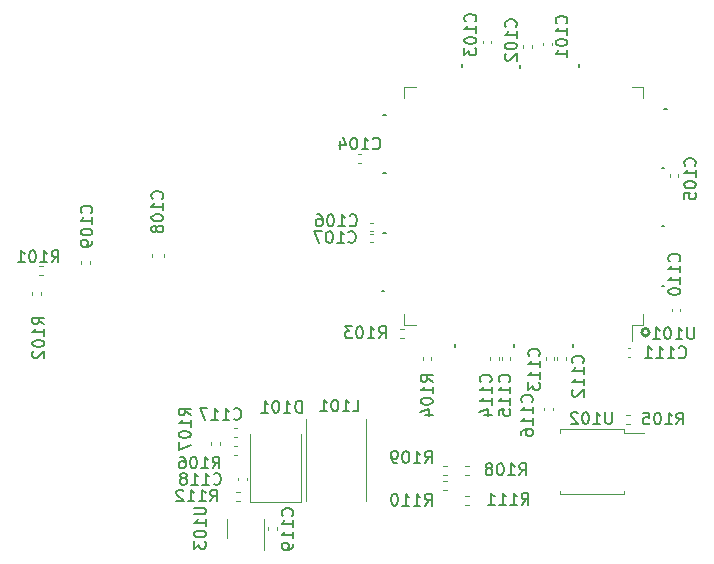
<source format=gbr>
%TF.GenerationSoftware,KiCad,Pcbnew,7.0.0*%
%TF.CreationDate,2023-03-27T16:14:08-06:00*%
%TF.ProjectId,FPGA_2,46504741-5f32-42e6-9b69-6361645f7063,rev?*%
%TF.SameCoordinates,Original*%
%TF.FileFunction,Legend,Bot*%
%TF.FilePolarity,Positive*%
%FSLAX46Y46*%
G04 Gerber Fmt 4.6, Leading zero omitted, Abs format (unit mm)*
G04 Created by KiCad (PCBNEW 7.0.0) date 2023-03-27 16:14:08*
%MOMM*%
%LPD*%
G01*
G04 APERTURE LIST*
%ADD10C,0.250000*%
%ADD11C,0.150000*%
%ADD12C,0.120000*%
G04 APERTURE END LIST*
D10*
X106891780Y-130250000D02*
G75*
G03*
X106891780Y-130250000I-316228J0D01*
G01*
D11*
X90475552Y-131450000D02*
X90475552Y-131250000D01*
X95475552Y-131450000D02*
X95475552Y-131250000D01*
X100475552Y-131450000D02*
X100475552Y-131250000D01*
X84275552Y-126750000D02*
X84475552Y-126750000D01*
X100975552Y-107750000D02*
X100975552Y-107550000D01*
X84575552Y-121850000D02*
X84375552Y-121850000D01*
X91075552Y-107750000D02*
X91075552Y-107550000D01*
X108175552Y-126350000D02*
X107975552Y-126350000D01*
X108175552Y-116350000D02*
X107975552Y-116350000D01*
X108175552Y-121250000D02*
X107975552Y-121250000D01*
X108375552Y-111350000D02*
X108175552Y-111350000D01*
X84575552Y-116750000D02*
X84375552Y-116750000D01*
X84575552Y-111850000D02*
X84375552Y-111850000D01*
X95975552Y-107850000D02*
X95975552Y-107650000D01*
%TO.C,C111*%
X109394599Y-132347142D02*
X109442218Y-132394761D01*
X109442218Y-132394761D02*
X109585075Y-132442380D01*
X109585075Y-132442380D02*
X109680313Y-132442380D01*
X109680313Y-132442380D02*
X109823170Y-132394761D01*
X109823170Y-132394761D02*
X109918408Y-132299523D01*
X109918408Y-132299523D02*
X109966027Y-132204285D01*
X109966027Y-132204285D02*
X110013646Y-132013809D01*
X110013646Y-132013809D02*
X110013646Y-131870952D01*
X110013646Y-131870952D02*
X109966027Y-131680476D01*
X109966027Y-131680476D02*
X109918408Y-131585238D01*
X109918408Y-131585238D02*
X109823170Y-131490000D01*
X109823170Y-131490000D02*
X109680313Y-131442380D01*
X109680313Y-131442380D02*
X109585075Y-131442380D01*
X109585075Y-131442380D02*
X109442218Y-131490000D01*
X109442218Y-131490000D02*
X109394599Y-131537619D01*
X108442218Y-132442380D02*
X109013646Y-132442380D01*
X108727932Y-132442380D02*
X108727932Y-131442380D01*
X108727932Y-131442380D02*
X108823170Y-131585238D01*
X108823170Y-131585238D02*
X108918408Y-131680476D01*
X108918408Y-131680476D02*
X109013646Y-131728095D01*
X107489837Y-132442380D02*
X108061265Y-132442380D01*
X107775551Y-132442380D02*
X107775551Y-131442380D01*
X107775551Y-131442380D02*
X107870789Y-131585238D01*
X107870789Y-131585238D02*
X107966027Y-131680476D01*
X107966027Y-131680476D02*
X108061265Y-131728095D01*
X106537456Y-132442380D02*
X107108884Y-132442380D01*
X106823170Y-132442380D02*
X106823170Y-131442380D01*
X106823170Y-131442380D02*
X106918408Y-131585238D01*
X106918408Y-131585238D02*
X107013646Y-131680476D01*
X107013646Y-131680476D02*
X107108884Y-131728095D01*
%TO.C,C106*%
X81519047Y-121172142D02*
X81566666Y-121219761D01*
X81566666Y-121219761D02*
X81709523Y-121267380D01*
X81709523Y-121267380D02*
X81804761Y-121267380D01*
X81804761Y-121267380D02*
X81947618Y-121219761D01*
X81947618Y-121219761D02*
X82042856Y-121124523D01*
X82042856Y-121124523D02*
X82090475Y-121029285D01*
X82090475Y-121029285D02*
X82138094Y-120838809D01*
X82138094Y-120838809D02*
X82138094Y-120695952D01*
X82138094Y-120695952D02*
X82090475Y-120505476D01*
X82090475Y-120505476D02*
X82042856Y-120410238D01*
X82042856Y-120410238D02*
X81947618Y-120315000D01*
X81947618Y-120315000D02*
X81804761Y-120267380D01*
X81804761Y-120267380D02*
X81709523Y-120267380D01*
X81709523Y-120267380D02*
X81566666Y-120315000D01*
X81566666Y-120315000D02*
X81519047Y-120362619D01*
X80566666Y-121267380D02*
X81138094Y-121267380D01*
X80852380Y-121267380D02*
X80852380Y-120267380D01*
X80852380Y-120267380D02*
X80947618Y-120410238D01*
X80947618Y-120410238D02*
X81042856Y-120505476D01*
X81042856Y-120505476D02*
X81138094Y-120553095D01*
X79947618Y-120267380D02*
X79852380Y-120267380D01*
X79852380Y-120267380D02*
X79757142Y-120315000D01*
X79757142Y-120315000D02*
X79709523Y-120362619D01*
X79709523Y-120362619D02*
X79661904Y-120457857D01*
X79661904Y-120457857D02*
X79614285Y-120648333D01*
X79614285Y-120648333D02*
X79614285Y-120886428D01*
X79614285Y-120886428D02*
X79661904Y-121076904D01*
X79661904Y-121076904D02*
X79709523Y-121172142D01*
X79709523Y-121172142D02*
X79757142Y-121219761D01*
X79757142Y-121219761D02*
X79852380Y-121267380D01*
X79852380Y-121267380D02*
X79947618Y-121267380D01*
X79947618Y-121267380D02*
X80042856Y-121219761D01*
X80042856Y-121219761D02*
X80090475Y-121172142D01*
X80090475Y-121172142D02*
X80138094Y-121076904D01*
X80138094Y-121076904D02*
X80185713Y-120886428D01*
X80185713Y-120886428D02*
X80185713Y-120648333D01*
X80185713Y-120648333D02*
X80138094Y-120457857D01*
X80138094Y-120457857D02*
X80090475Y-120362619D01*
X80090475Y-120362619D02*
X80042856Y-120315000D01*
X80042856Y-120315000D02*
X79947618Y-120267380D01*
X78757142Y-120267380D02*
X78947618Y-120267380D01*
X78947618Y-120267380D02*
X79042856Y-120315000D01*
X79042856Y-120315000D02*
X79090475Y-120362619D01*
X79090475Y-120362619D02*
X79185713Y-120505476D01*
X79185713Y-120505476D02*
X79233332Y-120695952D01*
X79233332Y-120695952D02*
X79233332Y-121076904D01*
X79233332Y-121076904D02*
X79185713Y-121172142D01*
X79185713Y-121172142D02*
X79138094Y-121219761D01*
X79138094Y-121219761D02*
X79042856Y-121267380D01*
X79042856Y-121267380D02*
X78852380Y-121267380D01*
X78852380Y-121267380D02*
X78757142Y-121219761D01*
X78757142Y-121219761D02*
X78709523Y-121172142D01*
X78709523Y-121172142D02*
X78661904Y-121076904D01*
X78661904Y-121076904D02*
X78661904Y-120838809D01*
X78661904Y-120838809D02*
X78709523Y-120743571D01*
X78709523Y-120743571D02*
X78757142Y-120695952D01*
X78757142Y-120695952D02*
X78852380Y-120648333D01*
X78852380Y-120648333D02*
X79042856Y-120648333D01*
X79042856Y-120648333D02*
X79138094Y-120695952D01*
X79138094Y-120695952D02*
X79185713Y-120743571D01*
X79185713Y-120743571D02*
X79233332Y-120838809D01*
%TO.C,R111*%
X96094599Y-144842380D02*
X96427932Y-144366190D01*
X96666027Y-144842380D02*
X96666027Y-143842380D01*
X96666027Y-143842380D02*
X96285075Y-143842380D01*
X96285075Y-143842380D02*
X96189837Y-143890000D01*
X96189837Y-143890000D02*
X96142218Y-143937619D01*
X96142218Y-143937619D02*
X96094599Y-144032857D01*
X96094599Y-144032857D02*
X96094599Y-144175714D01*
X96094599Y-144175714D02*
X96142218Y-144270952D01*
X96142218Y-144270952D02*
X96189837Y-144318571D01*
X96189837Y-144318571D02*
X96285075Y-144366190D01*
X96285075Y-144366190D02*
X96666027Y-144366190D01*
X95142218Y-144842380D02*
X95713646Y-144842380D01*
X95427932Y-144842380D02*
X95427932Y-143842380D01*
X95427932Y-143842380D02*
X95523170Y-143985238D01*
X95523170Y-143985238D02*
X95618408Y-144080476D01*
X95618408Y-144080476D02*
X95713646Y-144128095D01*
X94189837Y-144842380D02*
X94761265Y-144842380D01*
X94475551Y-144842380D02*
X94475551Y-143842380D01*
X94475551Y-143842380D02*
X94570789Y-143985238D01*
X94570789Y-143985238D02*
X94666027Y-144080476D01*
X94666027Y-144080476D02*
X94761265Y-144128095D01*
X93237456Y-144842380D02*
X93808884Y-144842380D01*
X93523170Y-144842380D02*
X93523170Y-143842380D01*
X93523170Y-143842380D02*
X93618408Y-143985238D01*
X93618408Y-143985238D02*
X93713646Y-144080476D01*
X93713646Y-144080476D02*
X93808884Y-144128095D01*
%TO.C,U103*%
X68367380Y-145085714D02*
X69176904Y-145085714D01*
X69176904Y-145085714D02*
X69272142Y-145133333D01*
X69272142Y-145133333D02*
X69319761Y-145180952D01*
X69319761Y-145180952D02*
X69367380Y-145276190D01*
X69367380Y-145276190D02*
X69367380Y-145466666D01*
X69367380Y-145466666D02*
X69319761Y-145561904D01*
X69319761Y-145561904D02*
X69272142Y-145609523D01*
X69272142Y-145609523D02*
X69176904Y-145657142D01*
X69176904Y-145657142D02*
X68367380Y-145657142D01*
X69367380Y-146657142D02*
X69367380Y-146085714D01*
X69367380Y-146371428D02*
X68367380Y-146371428D01*
X68367380Y-146371428D02*
X68510238Y-146276190D01*
X68510238Y-146276190D02*
X68605476Y-146180952D01*
X68605476Y-146180952D02*
X68653095Y-146085714D01*
X68367380Y-147276190D02*
X68367380Y-147371428D01*
X68367380Y-147371428D02*
X68415000Y-147466666D01*
X68415000Y-147466666D02*
X68462619Y-147514285D01*
X68462619Y-147514285D02*
X68557857Y-147561904D01*
X68557857Y-147561904D02*
X68748333Y-147609523D01*
X68748333Y-147609523D02*
X68986428Y-147609523D01*
X68986428Y-147609523D02*
X69176904Y-147561904D01*
X69176904Y-147561904D02*
X69272142Y-147514285D01*
X69272142Y-147514285D02*
X69319761Y-147466666D01*
X69319761Y-147466666D02*
X69367380Y-147371428D01*
X69367380Y-147371428D02*
X69367380Y-147276190D01*
X69367380Y-147276190D02*
X69319761Y-147180952D01*
X69319761Y-147180952D02*
X69272142Y-147133333D01*
X69272142Y-147133333D02*
X69176904Y-147085714D01*
X69176904Y-147085714D02*
X68986428Y-147038095D01*
X68986428Y-147038095D02*
X68748333Y-147038095D01*
X68748333Y-147038095D02*
X68557857Y-147085714D01*
X68557857Y-147085714D02*
X68462619Y-147133333D01*
X68462619Y-147133333D02*
X68415000Y-147180952D01*
X68415000Y-147180952D02*
X68367380Y-147276190D01*
X68367380Y-147942857D02*
X68367380Y-148561904D01*
X68367380Y-148561904D02*
X68748333Y-148228571D01*
X68748333Y-148228571D02*
X68748333Y-148371428D01*
X68748333Y-148371428D02*
X68795952Y-148466666D01*
X68795952Y-148466666D02*
X68843571Y-148514285D01*
X68843571Y-148514285D02*
X68938809Y-148561904D01*
X68938809Y-148561904D02*
X69176904Y-148561904D01*
X69176904Y-148561904D02*
X69272142Y-148514285D01*
X69272142Y-148514285D02*
X69319761Y-148466666D01*
X69319761Y-148466666D02*
X69367380Y-148371428D01*
X69367380Y-148371428D02*
X69367380Y-148085714D01*
X69367380Y-148085714D02*
X69319761Y-147990476D01*
X69319761Y-147990476D02*
X69272142Y-147942857D01*
%TO.C,C109*%
X59647694Y-120130952D02*
X59695313Y-120083333D01*
X59695313Y-120083333D02*
X59742932Y-119940476D01*
X59742932Y-119940476D02*
X59742932Y-119845238D01*
X59742932Y-119845238D02*
X59695313Y-119702381D01*
X59695313Y-119702381D02*
X59600075Y-119607143D01*
X59600075Y-119607143D02*
X59504837Y-119559524D01*
X59504837Y-119559524D02*
X59314361Y-119511905D01*
X59314361Y-119511905D02*
X59171504Y-119511905D01*
X59171504Y-119511905D02*
X58981028Y-119559524D01*
X58981028Y-119559524D02*
X58885790Y-119607143D01*
X58885790Y-119607143D02*
X58790552Y-119702381D01*
X58790552Y-119702381D02*
X58742932Y-119845238D01*
X58742932Y-119845238D02*
X58742932Y-119940476D01*
X58742932Y-119940476D02*
X58790552Y-120083333D01*
X58790552Y-120083333D02*
X58838171Y-120130952D01*
X59742932Y-121083333D02*
X59742932Y-120511905D01*
X59742932Y-120797619D02*
X58742932Y-120797619D01*
X58742932Y-120797619D02*
X58885790Y-120702381D01*
X58885790Y-120702381D02*
X58981028Y-120607143D01*
X58981028Y-120607143D02*
X59028647Y-120511905D01*
X58742932Y-121702381D02*
X58742932Y-121797619D01*
X58742932Y-121797619D02*
X58790552Y-121892857D01*
X58790552Y-121892857D02*
X58838171Y-121940476D01*
X58838171Y-121940476D02*
X58933409Y-121988095D01*
X58933409Y-121988095D02*
X59123885Y-122035714D01*
X59123885Y-122035714D02*
X59361980Y-122035714D01*
X59361980Y-122035714D02*
X59552456Y-121988095D01*
X59552456Y-121988095D02*
X59647694Y-121940476D01*
X59647694Y-121940476D02*
X59695313Y-121892857D01*
X59695313Y-121892857D02*
X59742932Y-121797619D01*
X59742932Y-121797619D02*
X59742932Y-121702381D01*
X59742932Y-121702381D02*
X59695313Y-121607143D01*
X59695313Y-121607143D02*
X59647694Y-121559524D01*
X59647694Y-121559524D02*
X59552456Y-121511905D01*
X59552456Y-121511905D02*
X59361980Y-121464286D01*
X59361980Y-121464286D02*
X59123885Y-121464286D01*
X59123885Y-121464286D02*
X58933409Y-121511905D01*
X58933409Y-121511905D02*
X58838171Y-121559524D01*
X58838171Y-121559524D02*
X58790552Y-121607143D01*
X58790552Y-121607143D02*
X58742932Y-121702381D01*
X59742932Y-122511905D02*
X59742932Y-122702381D01*
X59742932Y-122702381D02*
X59695313Y-122797619D01*
X59695313Y-122797619D02*
X59647694Y-122845238D01*
X59647694Y-122845238D02*
X59504837Y-122940476D01*
X59504837Y-122940476D02*
X59314361Y-122988095D01*
X59314361Y-122988095D02*
X58933409Y-122988095D01*
X58933409Y-122988095D02*
X58838171Y-122940476D01*
X58838171Y-122940476D02*
X58790552Y-122892857D01*
X58790552Y-122892857D02*
X58742932Y-122797619D01*
X58742932Y-122797619D02*
X58742932Y-122607143D01*
X58742932Y-122607143D02*
X58790552Y-122511905D01*
X58790552Y-122511905D02*
X58838171Y-122464286D01*
X58838171Y-122464286D02*
X58933409Y-122416667D01*
X58933409Y-122416667D02*
X59171504Y-122416667D01*
X59171504Y-122416667D02*
X59266742Y-122464286D01*
X59266742Y-122464286D02*
X59314361Y-122511905D01*
X59314361Y-122511905D02*
X59361980Y-122607143D01*
X59361980Y-122607143D02*
X59361980Y-122797619D01*
X59361980Y-122797619D02*
X59314361Y-122892857D01*
X59314361Y-122892857D02*
X59266742Y-122940476D01*
X59266742Y-122940476D02*
X59171504Y-122988095D01*
%TO.C,C117*%
X71719047Y-137572142D02*
X71766666Y-137619761D01*
X71766666Y-137619761D02*
X71909523Y-137667380D01*
X71909523Y-137667380D02*
X72004761Y-137667380D01*
X72004761Y-137667380D02*
X72147618Y-137619761D01*
X72147618Y-137619761D02*
X72242856Y-137524523D01*
X72242856Y-137524523D02*
X72290475Y-137429285D01*
X72290475Y-137429285D02*
X72338094Y-137238809D01*
X72338094Y-137238809D02*
X72338094Y-137095952D01*
X72338094Y-137095952D02*
X72290475Y-136905476D01*
X72290475Y-136905476D02*
X72242856Y-136810238D01*
X72242856Y-136810238D02*
X72147618Y-136715000D01*
X72147618Y-136715000D02*
X72004761Y-136667380D01*
X72004761Y-136667380D02*
X71909523Y-136667380D01*
X71909523Y-136667380D02*
X71766666Y-136715000D01*
X71766666Y-136715000D02*
X71719047Y-136762619D01*
X70766666Y-137667380D02*
X71338094Y-137667380D01*
X71052380Y-137667380D02*
X71052380Y-136667380D01*
X71052380Y-136667380D02*
X71147618Y-136810238D01*
X71147618Y-136810238D02*
X71242856Y-136905476D01*
X71242856Y-136905476D02*
X71338094Y-136953095D01*
X69814285Y-137667380D02*
X70385713Y-137667380D01*
X70099999Y-137667380D02*
X70099999Y-136667380D01*
X70099999Y-136667380D02*
X70195237Y-136810238D01*
X70195237Y-136810238D02*
X70290475Y-136905476D01*
X70290475Y-136905476D02*
X70385713Y-136953095D01*
X69480951Y-136667380D02*
X68814285Y-136667380D01*
X68814285Y-136667380D02*
X69242856Y-137667380D01*
%TO.C,R108*%
X95894599Y-142342380D02*
X96227932Y-141866190D01*
X96466027Y-142342380D02*
X96466027Y-141342380D01*
X96466027Y-141342380D02*
X96085075Y-141342380D01*
X96085075Y-141342380D02*
X95989837Y-141390000D01*
X95989837Y-141390000D02*
X95942218Y-141437619D01*
X95942218Y-141437619D02*
X95894599Y-141532857D01*
X95894599Y-141532857D02*
X95894599Y-141675714D01*
X95894599Y-141675714D02*
X95942218Y-141770952D01*
X95942218Y-141770952D02*
X95989837Y-141818571D01*
X95989837Y-141818571D02*
X96085075Y-141866190D01*
X96085075Y-141866190D02*
X96466027Y-141866190D01*
X94942218Y-142342380D02*
X95513646Y-142342380D01*
X95227932Y-142342380D02*
X95227932Y-141342380D01*
X95227932Y-141342380D02*
X95323170Y-141485238D01*
X95323170Y-141485238D02*
X95418408Y-141580476D01*
X95418408Y-141580476D02*
X95513646Y-141628095D01*
X94323170Y-141342380D02*
X94227932Y-141342380D01*
X94227932Y-141342380D02*
X94132694Y-141390000D01*
X94132694Y-141390000D02*
X94085075Y-141437619D01*
X94085075Y-141437619D02*
X94037456Y-141532857D01*
X94037456Y-141532857D02*
X93989837Y-141723333D01*
X93989837Y-141723333D02*
X93989837Y-141961428D01*
X93989837Y-141961428D02*
X94037456Y-142151904D01*
X94037456Y-142151904D02*
X94085075Y-142247142D01*
X94085075Y-142247142D02*
X94132694Y-142294761D01*
X94132694Y-142294761D02*
X94227932Y-142342380D01*
X94227932Y-142342380D02*
X94323170Y-142342380D01*
X94323170Y-142342380D02*
X94418408Y-142294761D01*
X94418408Y-142294761D02*
X94466027Y-142247142D01*
X94466027Y-142247142D02*
X94513646Y-142151904D01*
X94513646Y-142151904D02*
X94561265Y-141961428D01*
X94561265Y-141961428D02*
X94561265Y-141723333D01*
X94561265Y-141723333D02*
X94513646Y-141532857D01*
X94513646Y-141532857D02*
X94466027Y-141437619D01*
X94466027Y-141437619D02*
X94418408Y-141390000D01*
X94418408Y-141390000D02*
X94323170Y-141342380D01*
X93418408Y-141770952D02*
X93513646Y-141723333D01*
X93513646Y-141723333D02*
X93561265Y-141675714D01*
X93561265Y-141675714D02*
X93608884Y-141580476D01*
X93608884Y-141580476D02*
X93608884Y-141532857D01*
X93608884Y-141532857D02*
X93561265Y-141437619D01*
X93561265Y-141437619D02*
X93513646Y-141390000D01*
X93513646Y-141390000D02*
X93418408Y-141342380D01*
X93418408Y-141342380D02*
X93227932Y-141342380D01*
X93227932Y-141342380D02*
X93132694Y-141390000D01*
X93132694Y-141390000D02*
X93085075Y-141437619D01*
X93085075Y-141437619D02*
X93037456Y-141532857D01*
X93037456Y-141532857D02*
X93037456Y-141580476D01*
X93037456Y-141580476D02*
X93085075Y-141675714D01*
X93085075Y-141675714D02*
X93132694Y-141723333D01*
X93132694Y-141723333D02*
X93227932Y-141770952D01*
X93227932Y-141770952D02*
X93418408Y-141770952D01*
X93418408Y-141770952D02*
X93513646Y-141818571D01*
X93513646Y-141818571D02*
X93561265Y-141866190D01*
X93561265Y-141866190D02*
X93608884Y-141961428D01*
X93608884Y-141961428D02*
X93608884Y-142151904D01*
X93608884Y-142151904D02*
X93561265Y-142247142D01*
X93561265Y-142247142D02*
X93513646Y-142294761D01*
X93513646Y-142294761D02*
X93418408Y-142342380D01*
X93418408Y-142342380D02*
X93227932Y-142342380D01*
X93227932Y-142342380D02*
X93132694Y-142294761D01*
X93132694Y-142294761D02*
X93085075Y-142247142D01*
X93085075Y-142247142D02*
X93037456Y-142151904D01*
X93037456Y-142151904D02*
X93037456Y-141961428D01*
X93037456Y-141961428D02*
X93085075Y-141866190D01*
X93085075Y-141866190D02*
X93132694Y-141818571D01*
X93132694Y-141818571D02*
X93227932Y-141770952D01*
%TO.C,C110*%
X109422694Y-124230952D02*
X109470313Y-124183333D01*
X109470313Y-124183333D02*
X109517932Y-124040476D01*
X109517932Y-124040476D02*
X109517932Y-123945238D01*
X109517932Y-123945238D02*
X109470313Y-123802381D01*
X109470313Y-123802381D02*
X109375075Y-123707143D01*
X109375075Y-123707143D02*
X109279837Y-123659524D01*
X109279837Y-123659524D02*
X109089361Y-123611905D01*
X109089361Y-123611905D02*
X108946504Y-123611905D01*
X108946504Y-123611905D02*
X108756028Y-123659524D01*
X108756028Y-123659524D02*
X108660790Y-123707143D01*
X108660790Y-123707143D02*
X108565552Y-123802381D01*
X108565552Y-123802381D02*
X108517932Y-123945238D01*
X108517932Y-123945238D02*
X108517932Y-124040476D01*
X108517932Y-124040476D02*
X108565552Y-124183333D01*
X108565552Y-124183333D02*
X108613171Y-124230952D01*
X109517932Y-125183333D02*
X109517932Y-124611905D01*
X109517932Y-124897619D02*
X108517932Y-124897619D01*
X108517932Y-124897619D02*
X108660790Y-124802381D01*
X108660790Y-124802381D02*
X108756028Y-124707143D01*
X108756028Y-124707143D02*
X108803647Y-124611905D01*
X109517932Y-126135714D02*
X109517932Y-125564286D01*
X109517932Y-125850000D02*
X108517932Y-125850000D01*
X108517932Y-125850000D02*
X108660790Y-125754762D01*
X108660790Y-125754762D02*
X108756028Y-125659524D01*
X108756028Y-125659524D02*
X108803647Y-125564286D01*
X108517932Y-126754762D02*
X108517932Y-126850000D01*
X108517932Y-126850000D02*
X108565552Y-126945238D01*
X108565552Y-126945238D02*
X108613171Y-126992857D01*
X108613171Y-126992857D02*
X108708409Y-127040476D01*
X108708409Y-127040476D02*
X108898885Y-127088095D01*
X108898885Y-127088095D02*
X109136980Y-127088095D01*
X109136980Y-127088095D02*
X109327456Y-127040476D01*
X109327456Y-127040476D02*
X109422694Y-126992857D01*
X109422694Y-126992857D02*
X109470313Y-126945238D01*
X109470313Y-126945238D02*
X109517932Y-126850000D01*
X109517932Y-126850000D02*
X109517932Y-126754762D01*
X109517932Y-126754762D02*
X109470313Y-126659524D01*
X109470313Y-126659524D02*
X109422694Y-126611905D01*
X109422694Y-126611905D02*
X109327456Y-126564286D01*
X109327456Y-126564286D02*
X109136980Y-126516667D01*
X109136980Y-126516667D02*
X108898885Y-126516667D01*
X108898885Y-126516667D02*
X108708409Y-126564286D01*
X108708409Y-126564286D02*
X108613171Y-126611905D01*
X108613171Y-126611905D02*
X108565552Y-126659524D01*
X108565552Y-126659524D02*
X108517932Y-126754762D01*
%TO.C,R109*%
X87894599Y-141317380D02*
X88227932Y-140841190D01*
X88466027Y-141317380D02*
X88466027Y-140317380D01*
X88466027Y-140317380D02*
X88085075Y-140317380D01*
X88085075Y-140317380D02*
X87989837Y-140365000D01*
X87989837Y-140365000D02*
X87942218Y-140412619D01*
X87942218Y-140412619D02*
X87894599Y-140507857D01*
X87894599Y-140507857D02*
X87894599Y-140650714D01*
X87894599Y-140650714D02*
X87942218Y-140745952D01*
X87942218Y-140745952D02*
X87989837Y-140793571D01*
X87989837Y-140793571D02*
X88085075Y-140841190D01*
X88085075Y-140841190D02*
X88466027Y-140841190D01*
X86942218Y-141317380D02*
X87513646Y-141317380D01*
X87227932Y-141317380D02*
X87227932Y-140317380D01*
X87227932Y-140317380D02*
X87323170Y-140460238D01*
X87323170Y-140460238D02*
X87418408Y-140555476D01*
X87418408Y-140555476D02*
X87513646Y-140603095D01*
X86323170Y-140317380D02*
X86227932Y-140317380D01*
X86227932Y-140317380D02*
X86132694Y-140365000D01*
X86132694Y-140365000D02*
X86085075Y-140412619D01*
X86085075Y-140412619D02*
X86037456Y-140507857D01*
X86037456Y-140507857D02*
X85989837Y-140698333D01*
X85989837Y-140698333D02*
X85989837Y-140936428D01*
X85989837Y-140936428D02*
X86037456Y-141126904D01*
X86037456Y-141126904D02*
X86085075Y-141222142D01*
X86085075Y-141222142D02*
X86132694Y-141269761D01*
X86132694Y-141269761D02*
X86227932Y-141317380D01*
X86227932Y-141317380D02*
X86323170Y-141317380D01*
X86323170Y-141317380D02*
X86418408Y-141269761D01*
X86418408Y-141269761D02*
X86466027Y-141222142D01*
X86466027Y-141222142D02*
X86513646Y-141126904D01*
X86513646Y-141126904D02*
X86561265Y-140936428D01*
X86561265Y-140936428D02*
X86561265Y-140698333D01*
X86561265Y-140698333D02*
X86513646Y-140507857D01*
X86513646Y-140507857D02*
X86466027Y-140412619D01*
X86466027Y-140412619D02*
X86418408Y-140365000D01*
X86418408Y-140365000D02*
X86323170Y-140317380D01*
X85513646Y-141317380D02*
X85323170Y-141317380D01*
X85323170Y-141317380D02*
X85227932Y-141269761D01*
X85227932Y-141269761D02*
X85180313Y-141222142D01*
X85180313Y-141222142D02*
X85085075Y-141079285D01*
X85085075Y-141079285D02*
X85037456Y-140888809D01*
X85037456Y-140888809D02*
X85037456Y-140507857D01*
X85037456Y-140507857D02*
X85085075Y-140412619D01*
X85085075Y-140412619D02*
X85132694Y-140365000D01*
X85132694Y-140365000D02*
X85227932Y-140317380D01*
X85227932Y-140317380D02*
X85418408Y-140317380D01*
X85418408Y-140317380D02*
X85513646Y-140365000D01*
X85513646Y-140365000D02*
X85561265Y-140412619D01*
X85561265Y-140412619D02*
X85608884Y-140507857D01*
X85608884Y-140507857D02*
X85608884Y-140745952D01*
X85608884Y-140745952D02*
X85561265Y-140841190D01*
X85561265Y-140841190D02*
X85513646Y-140888809D01*
X85513646Y-140888809D02*
X85418408Y-140936428D01*
X85418408Y-140936428D02*
X85227932Y-140936428D01*
X85227932Y-140936428D02*
X85132694Y-140888809D01*
X85132694Y-140888809D02*
X85085075Y-140841190D01*
X85085075Y-140841190D02*
X85037456Y-140745952D01*
%TO.C,R104*%
X88542932Y-134455952D02*
X88066742Y-134122619D01*
X88542932Y-133884524D02*
X87542932Y-133884524D01*
X87542932Y-133884524D02*
X87542932Y-134265476D01*
X87542932Y-134265476D02*
X87590552Y-134360714D01*
X87590552Y-134360714D02*
X87638171Y-134408333D01*
X87638171Y-134408333D02*
X87733409Y-134455952D01*
X87733409Y-134455952D02*
X87876266Y-134455952D01*
X87876266Y-134455952D02*
X87971504Y-134408333D01*
X87971504Y-134408333D02*
X88019123Y-134360714D01*
X88019123Y-134360714D02*
X88066742Y-134265476D01*
X88066742Y-134265476D02*
X88066742Y-133884524D01*
X88542932Y-135408333D02*
X88542932Y-134836905D01*
X88542932Y-135122619D02*
X87542932Y-135122619D01*
X87542932Y-135122619D02*
X87685790Y-135027381D01*
X87685790Y-135027381D02*
X87781028Y-134932143D01*
X87781028Y-134932143D02*
X87828647Y-134836905D01*
X87542932Y-136027381D02*
X87542932Y-136122619D01*
X87542932Y-136122619D02*
X87590552Y-136217857D01*
X87590552Y-136217857D02*
X87638171Y-136265476D01*
X87638171Y-136265476D02*
X87733409Y-136313095D01*
X87733409Y-136313095D02*
X87923885Y-136360714D01*
X87923885Y-136360714D02*
X88161980Y-136360714D01*
X88161980Y-136360714D02*
X88352456Y-136313095D01*
X88352456Y-136313095D02*
X88447694Y-136265476D01*
X88447694Y-136265476D02*
X88495313Y-136217857D01*
X88495313Y-136217857D02*
X88542932Y-136122619D01*
X88542932Y-136122619D02*
X88542932Y-136027381D01*
X88542932Y-136027381D02*
X88495313Y-135932143D01*
X88495313Y-135932143D02*
X88447694Y-135884524D01*
X88447694Y-135884524D02*
X88352456Y-135836905D01*
X88352456Y-135836905D02*
X88161980Y-135789286D01*
X88161980Y-135789286D02*
X87923885Y-135789286D01*
X87923885Y-135789286D02*
X87733409Y-135836905D01*
X87733409Y-135836905D02*
X87638171Y-135884524D01*
X87638171Y-135884524D02*
X87590552Y-135932143D01*
X87590552Y-135932143D02*
X87542932Y-136027381D01*
X87876266Y-137217857D02*
X88542932Y-137217857D01*
X87495313Y-136979762D02*
X88209599Y-136741667D01*
X88209599Y-136741667D02*
X88209599Y-137360714D01*
%TO.C,C107*%
X81419047Y-122572142D02*
X81466666Y-122619761D01*
X81466666Y-122619761D02*
X81609523Y-122667380D01*
X81609523Y-122667380D02*
X81704761Y-122667380D01*
X81704761Y-122667380D02*
X81847618Y-122619761D01*
X81847618Y-122619761D02*
X81942856Y-122524523D01*
X81942856Y-122524523D02*
X81990475Y-122429285D01*
X81990475Y-122429285D02*
X82038094Y-122238809D01*
X82038094Y-122238809D02*
X82038094Y-122095952D01*
X82038094Y-122095952D02*
X81990475Y-121905476D01*
X81990475Y-121905476D02*
X81942856Y-121810238D01*
X81942856Y-121810238D02*
X81847618Y-121715000D01*
X81847618Y-121715000D02*
X81704761Y-121667380D01*
X81704761Y-121667380D02*
X81609523Y-121667380D01*
X81609523Y-121667380D02*
X81466666Y-121715000D01*
X81466666Y-121715000D02*
X81419047Y-121762619D01*
X80466666Y-122667380D02*
X81038094Y-122667380D01*
X80752380Y-122667380D02*
X80752380Y-121667380D01*
X80752380Y-121667380D02*
X80847618Y-121810238D01*
X80847618Y-121810238D02*
X80942856Y-121905476D01*
X80942856Y-121905476D02*
X81038094Y-121953095D01*
X79847618Y-121667380D02*
X79752380Y-121667380D01*
X79752380Y-121667380D02*
X79657142Y-121715000D01*
X79657142Y-121715000D02*
X79609523Y-121762619D01*
X79609523Y-121762619D02*
X79561904Y-121857857D01*
X79561904Y-121857857D02*
X79514285Y-122048333D01*
X79514285Y-122048333D02*
X79514285Y-122286428D01*
X79514285Y-122286428D02*
X79561904Y-122476904D01*
X79561904Y-122476904D02*
X79609523Y-122572142D01*
X79609523Y-122572142D02*
X79657142Y-122619761D01*
X79657142Y-122619761D02*
X79752380Y-122667380D01*
X79752380Y-122667380D02*
X79847618Y-122667380D01*
X79847618Y-122667380D02*
X79942856Y-122619761D01*
X79942856Y-122619761D02*
X79990475Y-122572142D01*
X79990475Y-122572142D02*
X80038094Y-122476904D01*
X80038094Y-122476904D02*
X80085713Y-122286428D01*
X80085713Y-122286428D02*
X80085713Y-122048333D01*
X80085713Y-122048333D02*
X80038094Y-121857857D01*
X80038094Y-121857857D02*
X79990475Y-121762619D01*
X79990475Y-121762619D02*
X79942856Y-121715000D01*
X79942856Y-121715000D02*
X79847618Y-121667380D01*
X79180951Y-121667380D02*
X78514285Y-121667380D01*
X78514285Y-121667380D02*
X78942856Y-122667380D01*
%TO.C,R105*%
X109194599Y-138042380D02*
X109527932Y-137566190D01*
X109766027Y-138042380D02*
X109766027Y-137042380D01*
X109766027Y-137042380D02*
X109385075Y-137042380D01*
X109385075Y-137042380D02*
X109289837Y-137090000D01*
X109289837Y-137090000D02*
X109242218Y-137137619D01*
X109242218Y-137137619D02*
X109194599Y-137232857D01*
X109194599Y-137232857D02*
X109194599Y-137375714D01*
X109194599Y-137375714D02*
X109242218Y-137470952D01*
X109242218Y-137470952D02*
X109289837Y-137518571D01*
X109289837Y-137518571D02*
X109385075Y-137566190D01*
X109385075Y-137566190D02*
X109766027Y-137566190D01*
X108242218Y-138042380D02*
X108813646Y-138042380D01*
X108527932Y-138042380D02*
X108527932Y-137042380D01*
X108527932Y-137042380D02*
X108623170Y-137185238D01*
X108623170Y-137185238D02*
X108718408Y-137280476D01*
X108718408Y-137280476D02*
X108813646Y-137328095D01*
X107623170Y-137042380D02*
X107527932Y-137042380D01*
X107527932Y-137042380D02*
X107432694Y-137090000D01*
X107432694Y-137090000D02*
X107385075Y-137137619D01*
X107385075Y-137137619D02*
X107337456Y-137232857D01*
X107337456Y-137232857D02*
X107289837Y-137423333D01*
X107289837Y-137423333D02*
X107289837Y-137661428D01*
X107289837Y-137661428D02*
X107337456Y-137851904D01*
X107337456Y-137851904D02*
X107385075Y-137947142D01*
X107385075Y-137947142D02*
X107432694Y-137994761D01*
X107432694Y-137994761D02*
X107527932Y-138042380D01*
X107527932Y-138042380D02*
X107623170Y-138042380D01*
X107623170Y-138042380D02*
X107718408Y-137994761D01*
X107718408Y-137994761D02*
X107766027Y-137947142D01*
X107766027Y-137947142D02*
X107813646Y-137851904D01*
X107813646Y-137851904D02*
X107861265Y-137661428D01*
X107861265Y-137661428D02*
X107861265Y-137423333D01*
X107861265Y-137423333D02*
X107813646Y-137232857D01*
X107813646Y-137232857D02*
X107766027Y-137137619D01*
X107766027Y-137137619D02*
X107718408Y-137090000D01*
X107718408Y-137090000D02*
X107623170Y-137042380D01*
X106385075Y-137042380D02*
X106861265Y-137042380D01*
X106861265Y-137042380D02*
X106908884Y-137518571D01*
X106908884Y-137518571D02*
X106861265Y-137470952D01*
X106861265Y-137470952D02*
X106766027Y-137423333D01*
X106766027Y-137423333D02*
X106527932Y-137423333D01*
X106527932Y-137423333D02*
X106432694Y-137470952D01*
X106432694Y-137470952D02*
X106385075Y-137518571D01*
X106385075Y-137518571D02*
X106337456Y-137613809D01*
X106337456Y-137613809D02*
X106337456Y-137851904D01*
X106337456Y-137851904D02*
X106385075Y-137947142D01*
X106385075Y-137947142D02*
X106432694Y-137994761D01*
X106432694Y-137994761D02*
X106527932Y-138042380D01*
X106527932Y-138042380D02*
X106766027Y-138042380D01*
X106766027Y-138042380D02*
X106861265Y-137994761D01*
X106861265Y-137994761D02*
X106908884Y-137947142D01*
%TO.C,R101*%
X56294599Y-124317380D02*
X56627932Y-123841190D01*
X56866027Y-124317380D02*
X56866027Y-123317380D01*
X56866027Y-123317380D02*
X56485075Y-123317380D01*
X56485075Y-123317380D02*
X56389837Y-123365000D01*
X56389837Y-123365000D02*
X56342218Y-123412619D01*
X56342218Y-123412619D02*
X56294599Y-123507857D01*
X56294599Y-123507857D02*
X56294599Y-123650714D01*
X56294599Y-123650714D02*
X56342218Y-123745952D01*
X56342218Y-123745952D02*
X56389837Y-123793571D01*
X56389837Y-123793571D02*
X56485075Y-123841190D01*
X56485075Y-123841190D02*
X56866027Y-123841190D01*
X55342218Y-124317380D02*
X55913646Y-124317380D01*
X55627932Y-124317380D02*
X55627932Y-123317380D01*
X55627932Y-123317380D02*
X55723170Y-123460238D01*
X55723170Y-123460238D02*
X55818408Y-123555476D01*
X55818408Y-123555476D02*
X55913646Y-123603095D01*
X54723170Y-123317380D02*
X54627932Y-123317380D01*
X54627932Y-123317380D02*
X54532694Y-123365000D01*
X54532694Y-123365000D02*
X54485075Y-123412619D01*
X54485075Y-123412619D02*
X54437456Y-123507857D01*
X54437456Y-123507857D02*
X54389837Y-123698333D01*
X54389837Y-123698333D02*
X54389837Y-123936428D01*
X54389837Y-123936428D02*
X54437456Y-124126904D01*
X54437456Y-124126904D02*
X54485075Y-124222142D01*
X54485075Y-124222142D02*
X54532694Y-124269761D01*
X54532694Y-124269761D02*
X54627932Y-124317380D01*
X54627932Y-124317380D02*
X54723170Y-124317380D01*
X54723170Y-124317380D02*
X54818408Y-124269761D01*
X54818408Y-124269761D02*
X54866027Y-124222142D01*
X54866027Y-124222142D02*
X54913646Y-124126904D01*
X54913646Y-124126904D02*
X54961265Y-123936428D01*
X54961265Y-123936428D02*
X54961265Y-123698333D01*
X54961265Y-123698333D02*
X54913646Y-123507857D01*
X54913646Y-123507857D02*
X54866027Y-123412619D01*
X54866027Y-123412619D02*
X54818408Y-123365000D01*
X54818408Y-123365000D02*
X54723170Y-123317380D01*
X53437456Y-124317380D02*
X54008884Y-124317380D01*
X53723170Y-124317380D02*
X53723170Y-123317380D01*
X53723170Y-123317380D02*
X53818408Y-123460238D01*
X53818408Y-123460238D02*
X53913646Y-123555476D01*
X53913646Y-123555476D02*
X54008884Y-123603095D01*
%TO.C,C116*%
X96947694Y-136155952D02*
X96995313Y-136108333D01*
X96995313Y-136108333D02*
X97042932Y-135965476D01*
X97042932Y-135965476D02*
X97042932Y-135870238D01*
X97042932Y-135870238D02*
X96995313Y-135727381D01*
X96995313Y-135727381D02*
X96900075Y-135632143D01*
X96900075Y-135632143D02*
X96804837Y-135584524D01*
X96804837Y-135584524D02*
X96614361Y-135536905D01*
X96614361Y-135536905D02*
X96471504Y-135536905D01*
X96471504Y-135536905D02*
X96281028Y-135584524D01*
X96281028Y-135584524D02*
X96185790Y-135632143D01*
X96185790Y-135632143D02*
X96090552Y-135727381D01*
X96090552Y-135727381D02*
X96042932Y-135870238D01*
X96042932Y-135870238D02*
X96042932Y-135965476D01*
X96042932Y-135965476D02*
X96090552Y-136108333D01*
X96090552Y-136108333D02*
X96138171Y-136155952D01*
X97042932Y-137108333D02*
X97042932Y-136536905D01*
X97042932Y-136822619D02*
X96042932Y-136822619D01*
X96042932Y-136822619D02*
X96185790Y-136727381D01*
X96185790Y-136727381D02*
X96281028Y-136632143D01*
X96281028Y-136632143D02*
X96328647Y-136536905D01*
X97042932Y-138060714D02*
X97042932Y-137489286D01*
X97042932Y-137775000D02*
X96042932Y-137775000D01*
X96042932Y-137775000D02*
X96185790Y-137679762D01*
X96185790Y-137679762D02*
X96281028Y-137584524D01*
X96281028Y-137584524D02*
X96328647Y-137489286D01*
X96042932Y-138917857D02*
X96042932Y-138727381D01*
X96042932Y-138727381D02*
X96090552Y-138632143D01*
X96090552Y-138632143D02*
X96138171Y-138584524D01*
X96138171Y-138584524D02*
X96281028Y-138489286D01*
X96281028Y-138489286D02*
X96471504Y-138441667D01*
X96471504Y-138441667D02*
X96852456Y-138441667D01*
X96852456Y-138441667D02*
X96947694Y-138489286D01*
X96947694Y-138489286D02*
X96995313Y-138536905D01*
X96995313Y-138536905D02*
X97042932Y-138632143D01*
X97042932Y-138632143D02*
X97042932Y-138822619D01*
X97042932Y-138822619D02*
X96995313Y-138917857D01*
X96995313Y-138917857D02*
X96947694Y-138965476D01*
X96947694Y-138965476D02*
X96852456Y-139013095D01*
X96852456Y-139013095D02*
X96614361Y-139013095D01*
X96614361Y-139013095D02*
X96519123Y-138965476D01*
X96519123Y-138965476D02*
X96471504Y-138917857D01*
X96471504Y-138917857D02*
X96423885Y-138822619D01*
X96423885Y-138822619D02*
X96423885Y-138632143D01*
X96423885Y-138632143D02*
X96471504Y-138536905D01*
X96471504Y-138536905D02*
X96519123Y-138489286D01*
X96519123Y-138489286D02*
X96614361Y-138441667D01*
%TO.C,R102*%
X55667380Y-129580952D02*
X55191190Y-129247619D01*
X55667380Y-129009524D02*
X54667380Y-129009524D01*
X54667380Y-129009524D02*
X54667380Y-129390476D01*
X54667380Y-129390476D02*
X54715000Y-129485714D01*
X54715000Y-129485714D02*
X54762619Y-129533333D01*
X54762619Y-129533333D02*
X54857857Y-129580952D01*
X54857857Y-129580952D02*
X55000714Y-129580952D01*
X55000714Y-129580952D02*
X55095952Y-129533333D01*
X55095952Y-129533333D02*
X55143571Y-129485714D01*
X55143571Y-129485714D02*
X55191190Y-129390476D01*
X55191190Y-129390476D02*
X55191190Y-129009524D01*
X55667380Y-130533333D02*
X55667380Y-129961905D01*
X55667380Y-130247619D02*
X54667380Y-130247619D01*
X54667380Y-130247619D02*
X54810238Y-130152381D01*
X54810238Y-130152381D02*
X54905476Y-130057143D01*
X54905476Y-130057143D02*
X54953095Y-129961905D01*
X54667380Y-131152381D02*
X54667380Y-131247619D01*
X54667380Y-131247619D02*
X54715000Y-131342857D01*
X54715000Y-131342857D02*
X54762619Y-131390476D01*
X54762619Y-131390476D02*
X54857857Y-131438095D01*
X54857857Y-131438095D02*
X55048333Y-131485714D01*
X55048333Y-131485714D02*
X55286428Y-131485714D01*
X55286428Y-131485714D02*
X55476904Y-131438095D01*
X55476904Y-131438095D02*
X55572142Y-131390476D01*
X55572142Y-131390476D02*
X55619761Y-131342857D01*
X55619761Y-131342857D02*
X55667380Y-131247619D01*
X55667380Y-131247619D02*
X55667380Y-131152381D01*
X55667380Y-131152381D02*
X55619761Y-131057143D01*
X55619761Y-131057143D02*
X55572142Y-131009524D01*
X55572142Y-131009524D02*
X55476904Y-130961905D01*
X55476904Y-130961905D02*
X55286428Y-130914286D01*
X55286428Y-130914286D02*
X55048333Y-130914286D01*
X55048333Y-130914286D02*
X54857857Y-130961905D01*
X54857857Y-130961905D02*
X54762619Y-131009524D01*
X54762619Y-131009524D02*
X54715000Y-131057143D01*
X54715000Y-131057143D02*
X54667380Y-131152381D01*
X54762619Y-131866667D02*
X54715000Y-131914286D01*
X54715000Y-131914286D02*
X54667380Y-132009524D01*
X54667380Y-132009524D02*
X54667380Y-132247619D01*
X54667380Y-132247619D02*
X54715000Y-132342857D01*
X54715000Y-132342857D02*
X54762619Y-132390476D01*
X54762619Y-132390476D02*
X54857857Y-132438095D01*
X54857857Y-132438095D02*
X54953095Y-132438095D01*
X54953095Y-132438095D02*
X55095952Y-132390476D01*
X55095952Y-132390476D02*
X55667380Y-131819048D01*
X55667380Y-131819048D02*
X55667380Y-132438095D01*
%TO.C,D101*%
X77466027Y-137042380D02*
X77466027Y-136042380D01*
X77466027Y-136042380D02*
X77227932Y-136042380D01*
X77227932Y-136042380D02*
X77085075Y-136090000D01*
X77085075Y-136090000D02*
X76989837Y-136185238D01*
X76989837Y-136185238D02*
X76942218Y-136280476D01*
X76942218Y-136280476D02*
X76894599Y-136470952D01*
X76894599Y-136470952D02*
X76894599Y-136613809D01*
X76894599Y-136613809D02*
X76942218Y-136804285D01*
X76942218Y-136804285D02*
X76989837Y-136899523D01*
X76989837Y-136899523D02*
X77085075Y-136994761D01*
X77085075Y-136994761D02*
X77227932Y-137042380D01*
X77227932Y-137042380D02*
X77466027Y-137042380D01*
X75942218Y-137042380D02*
X76513646Y-137042380D01*
X76227932Y-137042380D02*
X76227932Y-136042380D01*
X76227932Y-136042380D02*
X76323170Y-136185238D01*
X76323170Y-136185238D02*
X76418408Y-136280476D01*
X76418408Y-136280476D02*
X76513646Y-136328095D01*
X75323170Y-136042380D02*
X75227932Y-136042380D01*
X75227932Y-136042380D02*
X75132694Y-136090000D01*
X75132694Y-136090000D02*
X75085075Y-136137619D01*
X75085075Y-136137619D02*
X75037456Y-136232857D01*
X75037456Y-136232857D02*
X74989837Y-136423333D01*
X74989837Y-136423333D02*
X74989837Y-136661428D01*
X74989837Y-136661428D02*
X75037456Y-136851904D01*
X75037456Y-136851904D02*
X75085075Y-136947142D01*
X75085075Y-136947142D02*
X75132694Y-136994761D01*
X75132694Y-136994761D02*
X75227932Y-137042380D01*
X75227932Y-137042380D02*
X75323170Y-137042380D01*
X75323170Y-137042380D02*
X75418408Y-136994761D01*
X75418408Y-136994761D02*
X75466027Y-136947142D01*
X75466027Y-136947142D02*
X75513646Y-136851904D01*
X75513646Y-136851904D02*
X75561265Y-136661428D01*
X75561265Y-136661428D02*
X75561265Y-136423333D01*
X75561265Y-136423333D02*
X75513646Y-136232857D01*
X75513646Y-136232857D02*
X75466027Y-136137619D01*
X75466027Y-136137619D02*
X75418408Y-136090000D01*
X75418408Y-136090000D02*
X75323170Y-136042380D01*
X74037456Y-137042380D02*
X74608884Y-137042380D01*
X74323170Y-137042380D02*
X74323170Y-136042380D01*
X74323170Y-136042380D02*
X74418408Y-136185238D01*
X74418408Y-136185238D02*
X74513646Y-136280476D01*
X74513646Y-136280476D02*
X74608884Y-136328095D01*
%TO.C,R110*%
X87894599Y-144917380D02*
X88227932Y-144441190D01*
X88466027Y-144917380D02*
X88466027Y-143917380D01*
X88466027Y-143917380D02*
X88085075Y-143917380D01*
X88085075Y-143917380D02*
X87989837Y-143965000D01*
X87989837Y-143965000D02*
X87942218Y-144012619D01*
X87942218Y-144012619D02*
X87894599Y-144107857D01*
X87894599Y-144107857D02*
X87894599Y-144250714D01*
X87894599Y-144250714D02*
X87942218Y-144345952D01*
X87942218Y-144345952D02*
X87989837Y-144393571D01*
X87989837Y-144393571D02*
X88085075Y-144441190D01*
X88085075Y-144441190D02*
X88466027Y-144441190D01*
X86942218Y-144917380D02*
X87513646Y-144917380D01*
X87227932Y-144917380D02*
X87227932Y-143917380D01*
X87227932Y-143917380D02*
X87323170Y-144060238D01*
X87323170Y-144060238D02*
X87418408Y-144155476D01*
X87418408Y-144155476D02*
X87513646Y-144203095D01*
X85989837Y-144917380D02*
X86561265Y-144917380D01*
X86275551Y-144917380D02*
X86275551Y-143917380D01*
X86275551Y-143917380D02*
X86370789Y-144060238D01*
X86370789Y-144060238D02*
X86466027Y-144155476D01*
X86466027Y-144155476D02*
X86561265Y-144203095D01*
X85370789Y-143917380D02*
X85275551Y-143917380D01*
X85275551Y-143917380D02*
X85180313Y-143965000D01*
X85180313Y-143965000D02*
X85132694Y-144012619D01*
X85132694Y-144012619D02*
X85085075Y-144107857D01*
X85085075Y-144107857D02*
X85037456Y-144298333D01*
X85037456Y-144298333D02*
X85037456Y-144536428D01*
X85037456Y-144536428D02*
X85085075Y-144726904D01*
X85085075Y-144726904D02*
X85132694Y-144822142D01*
X85132694Y-144822142D02*
X85180313Y-144869761D01*
X85180313Y-144869761D02*
X85275551Y-144917380D01*
X85275551Y-144917380D02*
X85370789Y-144917380D01*
X85370789Y-144917380D02*
X85466027Y-144869761D01*
X85466027Y-144869761D02*
X85513646Y-144822142D01*
X85513646Y-144822142D02*
X85561265Y-144726904D01*
X85561265Y-144726904D02*
X85608884Y-144536428D01*
X85608884Y-144536428D02*
X85608884Y-144298333D01*
X85608884Y-144298333D02*
X85561265Y-144107857D01*
X85561265Y-144107857D02*
X85513646Y-144012619D01*
X85513646Y-144012619D02*
X85466027Y-143965000D01*
X85466027Y-143965000D02*
X85370789Y-143917380D01*
%TO.C,C118*%
X70019047Y-143072142D02*
X70066666Y-143119761D01*
X70066666Y-143119761D02*
X70209523Y-143167380D01*
X70209523Y-143167380D02*
X70304761Y-143167380D01*
X70304761Y-143167380D02*
X70447618Y-143119761D01*
X70447618Y-143119761D02*
X70542856Y-143024523D01*
X70542856Y-143024523D02*
X70590475Y-142929285D01*
X70590475Y-142929285D02*
X70638094Y-142738809D01*
X70638094Y-142738809D02*
X70638094Y-142595952D01*
X70638094Y-142595952D02*
X70590475Y-142405476D01*
X70590475Y-142405476D02*
X70542856Y-142310238D01*
X70542856Y-142310238D02*
X70447618Y-142215000D01*
X70447618Y-142215000D02*
X70304761Y-142167380D01*
X70304761Y-142167380D02*
X70209523Y-142167380D01*
X70209523Y-142167380D02*
X70066666Y-142215000D01*
X70066666Y-142215000D02*
X70019047Y-142262619D01*
X69066666Y-143167380D02*
X69638094Y-143167380D01*
X69352380Y-143167380D02*
X69352380Y-142167380D01*
X69352380Y-142167380D02*
X69447618Y-142310238D01*
X69447618Y-142310238D02*
X69542856Y-142405476D01*
X69542856Y-142405476D02*
X69638094Y-142453095D01*
X68114285Y-143167380D02*
X68685713Y-143167380D01*
X68399999Y-143167380D02*
X68399999Y-142167380D01*
X68399999Y-142167380D02*
X68495237Y-142310238D01*
X68495237Y-142310238D02*
X68590475Y-142405476D01*
X68590475Y-142405476D02*
X68685713Y-142453095D01*
X67542856Y-142595952D02*
X67638094Y-142548333D01*
X67638094Y-142548333D02*
X67685713Y-142500714D01*
X67685713Y-142500714D02*
X67733332Y-142405476D01*
X67733332Y-142405476D02*
X67733332Y-142357857D01*
X67733332Y-142357857D02*
X67685713Y-142262619D01*
X67685713Y-142262619D02*
X67638094Y-142215000D01*
X67638094Y-142215000D02*
X67542856Y-142167380D01*
X67542856Y-142167380D02*
X67352380Y-142167380D01*
X67352380Y-142167380D02*
X67257142Y-142215000D01*
X67257142Y-142215000D02*
X67209523Y-142262619D01*
X67209523Y-142262619D02*
X67161904Y-142357857D01*
X67161904Y-142357857D02*
X67161904Y-142405476D01*
X67161904Y-142405476D02*
X67209523Y-142500714D01*
X67209523Y-142500714D02*
X67257142Y-142548333D01*
X67257142Y-142548333D02*
X67352380Y-142595952D01*
X67352380Y-142595952D02*
X67542856Y-142595952D01*
X67542856Y-142595952D02*
X67638094Y-142643571D01*
X67638094Y-142643571D02*
X67685713Y-142691190D01*
X67685713Y-142691190D02*
X67733332Y-142786428D01*
X67733332Y-142786428D02*
X67733332Y-142976904D01*
X67733332Y-142976904D02*
X67685713Y-143072142D01*
X67685713Y-143072142D02*
X67638094Y-143119761D01*
X67638094Y-143119761D02*
X67542856Y-143167380D01*
X67542856Y-143167380D02*
X67352380Y-143167380D01*
X67352380Y-143167380D02*
X67257142Y-143119761D01*
X67257142Y-143119761D02*
X67209523Y-143072142D01*
X67209523Y-143072142D02*
X67161904Y-142976904D01*
X67161904Y-142976904D02*
X67161904Y-142786428D01*
X67161904Y-142786428D02*
X67209523Y-142691190D01*
X67209523Y-142691190D02*
X67257142Y-142643571D01*
X67257142Y-142643571D02*
X67352380Y-142595952D01*
%TO.C,C102*%
X95572142Y-104380952D02*
X95619761Y-104333333D01*
X95619761Y-104333333D02*
X95667380Y-104190476D01*
X95667380Y-104190476D02*
X95667380Y-104095238D01*
X95667380Y-104095238D02*
X95619761Y-103952381D01*
X95619761Y-103952381D02*
X95524523Y-103857143D01*
X95524523Y-103857143D02*
X95429285Y-103809524D01*
X95429285Y-103809524D02*
X95238809Y-103761905D01*
X95238809Y-103761905D02*
X95095952Y-103761905D01*
X95095952Y-103761905D02*
X94905476Y-103809524D01*
X94905476Y-103809524D02*
X94810238Y-103857143D01*
X94810238Y-103857143D02*
X94715000Y-103952381D01*
X94715000Y-103952381D02*
X94667380Y-104095238D01*
X94667380Y-104095238D02*
X94667380Y-104190476D01*
X94667380Y-104190476D02*
X94715000Y-104333333D01*
X94715000Y-104333333D02*
X94762619Y-104380952D01*
X95667380Y-105333333D02*
X95667380Y-104761905D01*
X95667380Y-105047619D02*
X94667380Y-105047619D01*
X94667380Y-105047619D02*
X94810238Y-104952381D01*
X94810238Y-104952381D02*
X94905476Y-104857143D01*
X94905476Y-104857143D02*
X94953095Y-104761905D01*
X94667380Y-105952381D02*
X94667380Y-106047619D01*
X94667380Y-106047619D02*
X94715000Y-106142857D01*
X94715000Y-106142857D02*
X94762619Y-106190476D01*
X94762619Y-106190476D02*
X94857857Y-106238095D01*
X94857857Y-106238095D02*
X95048333Y-106285714D01*
X95048333Y-106285714D02*
X95286428Y-106285714D01*
X95286428Y-106285714D02*
X95476904Y-106238095D01*
X95476904Y-106238095D02*
X95572142Y-106190476D01*
X95572142Y-106190476D02*
X95619761Y-106142857D01*
X95619761Y-106142857D02*
X95667380Y-106047619D01*
X95667380Y-106047619D02*
X95667380Y-105952381D01*
X95667380Y-105952381D02*
X95619761Y-105857143D01*
X95619761Y-105857143D02*
X95572142Y-105809524D01*
X95572142Y-105809524D02*
X95476904Y-105761905D01*
X95476904Y-105761905D02*
X95286428Y-105714286D01*
X95286428Y-105714286D02*
X95048333Y-105714286D01*
X95048333Y-105714286D02*
X94857857Y-105761905D01*
X94857857Y-105761905D02*
X94762619Y-105809524D01*
X94762619Y-105809524D02*
X94715000Y-105857143D01*
X94715000Y-105857143D02*
X94667380Y-105952381D01*
X94762619Y-106666667D02*
X94715000Y-106714286D01*
X94715000Y-106714286D02*
X94667380Y-106809524D01*
X94667380Y-106809524D02*
X94667380Y-107047619D01*
X94667380Y-107047619D02*
X94715000Y-107142857D01*
X94715000Y-107142857D02*
X94762619Y-107190476D01*
X94762619Y-107190476D02*
X94857857Y-107238095D01*
X94857857Y-107238095D02*
X94953095Y-107238095D01*
X94953095Y-107238095D02*
X95095952Y-107190476D01*
X95095952Y-107190476D02*
X95667380Y-106619048D01*
X95667380Y-106619048D02*
X95667380Y-107238095D01*
%TO.C,C115*%
X95047694Y-134455952D02*
X95095313Y-134408333D01*
X95095313Y-134408333D02*
X95142932Y-134265476D01*
X95142932Y-134265476D02*
X95142932Y-134170238D01*
X95142932Y-134170238D02*
X95095313Y-134027381D01*
X95095313Y-134027381D02*
X95000075Y-133932143D01*
X95000075Y-133932143D02*
X94904837Y-133884524D01*
X94904837Y-133884524D02*
X94714361Y-133836905D01*
X94714361Y-133836905D02*
X94571504Y-133836905D01*
X94571504Y-133836905D02*
X94381028Y-133884524D01*
X94381028Y-133884524D02*
X94285790Y-133932143D01*
X94285790Y-133932143D02*
X94190552Y-134027381D01*
X94190552Y-134027381D02*
X94142932Y-134170238D01*
X94142932Y-134170238D02*
X94142932Y-134265476D01*
X94142932Y-134265476D02*
X94190552Y-134408333D01*
X94190552Y-134408333D02*
X94238171Y-134455952D01*
X95142932Y-135408333D02*
X95142932Y-134836905D01*
X95142932Y-135122619D02*
X94142932Y-135122619D01*
X94142932Y-135122619D02*
X94285790Y-135027381D01*
X94285790Y-135027381D02*
X94381028Y-134932143D01*
X94381028Y-134932143D02*
X94428647Y-134836905D01*
X95142932Y-136360714D02*
X95142932Y-135789286D01*
X95142932Y-136075000D02*
X94142932Y-136075000D01*
X94142932Y-136075000D02*
X94285790Y-135979762D01*
X94285790Y-135979762D02*
X94381028Y-135884524D01*
X94381028Y-135884524D02*
X94428647Y-135789286D01*
X94142932Y-137265476D02*
X94142932Y-136789286D01*
X94142932Y-136789286D02*
X94619123Y-136741667D01*
X94619123Y-136741667D02*
X94571504Y-136789286D01*
X94571504Y-136789286D02*
X94523885Y-136884524D01*
X94523885Y-136884524D02*
X94523885Y-137122619D01*
X94523885Y-137122619D02*
X94571504Y-137217857D01*
X94571504Y-137217857D02*
X94619123Y-137265476D01*
X94619123Y-137265476D02*
X94714361Y-137313095D01*
X94714361Y-137313095D02*
X94952456Y-137313095D01*
X94952456Y-137313095D02*
X95047694Y-137265476D01*
X95047694Y-137265476D02*
X95095313Y-137217857D01*
X95095313Y-137217857D02*
X95142932Y-137122619D01*
X95142932Y-137122619D02*
X95142932Y-136884524D01*
X95142932Y-136884524D02*
X95095313Y-136789286D01*
X95095313Y-136789286D02*
X95047694Y-136741667D01*
%TO.C,L101*%
X81794599Y-136942380D02*
X82270789Y-136942380D01*
X82270789Y-136942380D02*
X82270789Y-135942380D01*
X80937456Y-136942380D02*
X81508884Y-136942380D01*
X81223170Y-136942380D02*
X81223170Y-135942380D01*
X81223170Y-135942380D02*
X81318408Y-136085238D01*
X81318408Y-136085238D02*
X81413646Y-136180476D01*
X81413646Y-136180476D02*
X81508884Y-136228095D01*
X80318408Y-135942380D02*
X80223170Y-135942380D01*
X80223170Y-135942380D02*
X80127932Y-135990000D01*
X80127932Y-135990000D02*
X80080313Y-136037619D01*
X80080313Y-136037619D02*
X80032694Y-136132857D01*
X80032694Y-136132857D02*
X79985075Y-136323333D01*
X79985075Y-136323333D02*
X79985075Y-136561428D01*
X79985075Y-136561428D02*
X80032694Y-136751904D01*
X80032694Y-136751904D02*
X80080313Y-136847142D01*
X80080313Y-136847142D02*
X80127932Y-136894761D01*
X80127932Y-136894761D02*
X80223170Y-136942380D01*
X80223170Y-136942380D02*
X80318408Y-136942380D01*
X80318408Y-136942380D02*
X80413646Y-136894761D01*
X80413646Y-136894761D02*
X80461265Y-136847142D01*
X80461265Y-136847142D02*
X80508884Y-136751904D01*
X80508884Y-136751904D02*
X80556503Y-136561428D01*
X80556503Y-136561428D02*
X80556503Y-136323333D01*
X80556503Y-136323333D02*
X80508884Y-136132857D01*
X80508884Y-136132857D02*
X80461265Y-136037619D01*
X80461265Y-136037619D02*
X80413646Y-135990000D01*
X80413646Y-135990000D02*
X80318408Y-135942380D01*
X79032694Y-136942380D02*
X79604122Y-136942380D01*
X79318408Y-136942380D02*
X79318408Y-135942380D01*
X79318408Y-135942380D02*
X79413646Y-136085238D01*
X79413646Y-136085238D02*
X79508884Y-136180476D01*
X79508884Y-136180476D02*
X79604122Y-136228095D01*
%TO.C,C108*%
X65647694Y-118930952D02*
X65695313Y-118883333D01*
X65695313Y-118883333D02*
X65742932Y-118740476D01*
X65742932Y-118740476D02*
X65742932Y-118645238D01*
X65742932Y-118645238D02*
X65695313Y-118502381D01*
X65695313Y-118502381D02*
X65600075Y-118407143D01*
X65600075Y-118407143D02*
X65504837Y-118359524D01*
X65504837Y-118359524D02*
X65314361Y-118311905D01*
X65314361Y-118311905D02*
X65171504Y-118311905D01*
X65171504Y-118311905D02*
X64981028Y-118359524D01*
X64981028Y-118359524D02*
X64885790Y-118407143D01*
X64885790Y-118407143D02*
X64790552Y-118502381D01*
X64790552Y-118502381D02*
X64742932Y-118645238D01*
X64742932Y-118645238D02*
X64742932Y-118740476D01*
X64742932Y-118740476D02*
X64790552Y-118883333D01*
X64790552Y-118883333D02*
X64838171Y-118930952D01*
X65742932Y-119883333D02*
X65742932Y-119311905D01*
X65742932Y-119597619D02*
X64742932Y-119597619D01*
X64742932Y-119597619D02*
X64885790Y-119502381D01*
X64885790Y-119502381D02*
X64981028Y-119407143D01*
X64981028Y-119407143D02*
X65028647Y-119311905D01*
X64742932Y-120502381D02*
X64742932Y-120597619D01*
X64742932Y-120597619D02*
X64790552Y-120692857D01*
X64790552Y-120692857D02*
X64838171Y-120740476D01*
X64838171Y-120740476D02*
X64933409Y-120788095D01*
X64933409Y-120788095D02*
X65123885Y-120835714D01*
X65123885Y-120835714D02*
X65361980Y-120835714D01*
X65361980Y-120835714D02*
X65552456Y-120788095D01*
X65552456Y-120788095D02*
X65647694Y-120740476D01*
X65647694Y-120740476D02*
X65695313Y-120692857D01*
X65695313Y-120692857D02*
X65742932Y-120597619D01*
X65742932Y-120597619D02*
X65742932Y-120502381D01*
X65742932Y-120502381D02*
X65695313Y-120407143D01*
X65695313Y-120407143D02*
X65647694Y-120359524D01*
X65647694Y-120359524D02*
X65552456Y-120311905D01*
X65552456Y-120311905D02*
X65361980Y-120264286D01*
X65361980Y-120264286D02*
X65123885Y-120264286D01*
X65123885Y-120264286D02*
X64933409Y-120311905D01*
X64933409Y-120311905D02*
X64838171Y-120359524D01*
X64838171Y-120359524D02*
X64790552Y-120407143D01*
X64790552Y-120407143D02*
X64742932Y-120502381D01*
X65171504Y-121407143D02*
X65123885Y-121311905D01*
X65123885Y-121311905D02*
X65076266Y-121264286D01*
X65076266Y-121264286D02*
X64981028Y-121216667D01*
X64981028Y-121216667D02*
X64933409Y-121216667D01*
X64933409Y-121216667D02*
X64838171Y-121264286D01*
X64838171Y-121264286D02*
X64790552Y-121311905D01*
X64790552Y-121311905D02*
X64742932Y-121407143D01*
X64742932Y-121407143D02*
X64742932Y-121597619D01*
X64742932Y-121597619D02*
X64790552Y-121692857D01*
X64790552Y-121692857D02*
X64838171Y-121740476D01*
X64838171Y-121740476D02*
X64933409Y-121788095D01*
X64933409Y-121788095D02*
X64981028Y-121788095D01*
X64981028Y-121788095D02*
X65076266Y-121740476D01*
X65076266Y-121740476D02*
X65123885Y-121692857D01*
X65123885Y-121692857D02*
X65171504Y-121597619D01*
X65171504Y-121597619D02*
X65171504Y-121407143D01*
X65171504Y-121407143D02*
X65219123Y-121311905D01*
X65219123Y-121311905D02*
X65266742Y-121264286D01*
X65266742Y-121264286D02*
X65361980Y-121216667D01*
X65361980Y-121216667D02*
X65552456Y-121216667D01*
X65552456Y-121216667D02*
X65647694Y-121264286D01*
X65647694Y-121264286D02*
X65695313Y-121311905D01*
X65695313Y-121311905D02*
X65742932Y-121407143D01*
X65742932Y-121407143D02*
X65742932Y-121597619D01*
X65742932Y-121597619D02*
X65695313Y-121692857D01*
X65695313Y-121692857D02*
X65647694Y-121740476D01*
X65647694Y-121740476D02*
X65552456Y-121788095D01*
X65552456Y-121788095D02*
X65361980Y-121788095D01*
X65361980Y-121788095D02*
X65266742Y-121740476D01*
X65266742Y-121740476D02*
X65219123Y-121692857D01*
X65219123Y-121692857D02*
X65171504Y-121597619D01*
%TO.C,C104*%
X83494599Y-114662142D02*
X83542218Y-114709761D01*
X83542218Y-114709761D02*
X83685075Y-114757380D01*
X83685075Y-114757380D02*
X83780313Y-114757380D01*
X83780313Y-114757380D02*
X83923170Y-114709761D01*
X83923170Y-114709761D02*
X84018408Y-114614523D01*
X84018408Y-114614523D02*
X84066027Y-114519285D01*
X84066027Y-114519285D02*
X84113646Y-114328809D01*
X84113646Y-114328809D02*
X84113646Y-114185952D01*
X84113646Y-114185952D02*
X84066027Y-113995476D01*
X84066027Y-113995476D02*
X84018408Y-113900238D01*
X84018408Y-113900238D02*
X83923170Y-113805000D01*
X83923170Y-113805000D02*
X83780313Y-113757380D01*
X83780313Y-113757380D02*
X83685075Y-113757380D01*
X83685075Y-113757380D02*
X83542218Y-113805000D01*
X83542218Y-113805000D02*
X83494599Y-113852619D01*
X82542218Y-114757380D02*
X83113646Y-114757380D01*
X82827932Y-114757380D02*
X82827932Y-113757380D01*
X82827932Y-113757380D02*
X82923170Y-113900238D01*
X82923170Y-113900238D02*
X83018408Y-113995476D01*
X83018408Y-113995476D02*
X83113646Y-114043095D01*
X81923170Y-113757380D02*
X81827932Y-113757380D01*
X81827932Y-113757380D02*
X81732694Y-113805000D01*
X81732694Y-113805000D02*
X81685075Y-113852619D01*
X81685075Y-113852619D02*
X81637456Y-113947857D01*
X81637456Y-113947857D02*
X81589837Y-114138333D01*
X81589837Y-114138333D02*
X81589837Y-114376428D01*
X81589837Y-114376428D02*
X81637456Y-114566904D01*
X81637456Y-114566904D02*
X81685075Y-114662142D01*
X81685075Y-114662142D02*
X81732694Y-114709761D01*
X81732694Y-114709761D02*
X81827932Y-114757380D01*
X81827932Y-114757380D02*
X81923170Y-114757380D01*
X81923170Y-114757380D02*
X82018408Y-114709761D01*
X82018408Y-114709761D02*
X82066027Y-114662142D01*
X82066027Y-114662142D02*
X82113646Y-114566904D01*
X82113646Y-114566904D02*
X82161265Y-114376428D01*
X82161265Y-114376428D02*
X82161265Y-114138333D01*
X82161265Y-114138333D02*
X82113646Y-113947857D01*
X82113646Y-113947857D02*
X82066027Y-113852619D01*
X82066027Y-113852619D02*
X82018408Y-113805000D01*
X82018408Y-113805000D02*
X81923170Y-113757380D01*
X80732694Y-114090714D02*
X80732694Y-114757380D01*
X80970789Y-113709761D02*
X81208884Y-114424047D01*
X81208884Y-114424047D02*
X80589837Y-114424047D01*
%TO.C,R107*%
X68067380Y-137280952D02*
X67591190Y-136947619D01*
X68067380Y-136709524D02*
X67067380Y-136709524D01*
X67067380Y-136709524D02*
X67067380Y-137090476D01*
X67067380Y-137090476D02*
X67115000Y-137185714D01*
X67115000Y-137185714D02*
X67162619Y-137233333D01*
X67162619Y-137233333D02*
X67257857Y-137280952D01*
X67257857Y-137280952D02*
X67400714Y-137280952D01*
X67400714Y-137280952D02*
X67495952Y-137233333D01*
X67495952Y-137233333D02*
X67543571Y-137185714D01*
X67543571Y-137185714D02*
X67591190Y-137090476D01*
X67591190Y-137090476D02*
X67591190Y-136709524D01*
X68067380Y-138233333D02*
X68067380Y-137661905D01*
X68067380Y-137947619D02*
X67067380Y-137947619D01*
X67067380Y-137947619D02*
X67210238Y-137852381D01*
X67210238Y-137852381D02*
X67305476Y-137757143D01*
X67305476Y-137757143D02*
X67353095Y-137661905D01*
X67067380Y-138852381D02*
X67067380Y-138947619D01*
X67067380Y-138947619D02*
X67115000Y-139042857D01*
X67115000Y-139042857D02*
X67162619Y-139090476D01*
X67162619Y-139090476D02*
X67257857Y-139138095D01*
X67257857Y-139138095D02*
X67448333Y-139185714D01*
X67448333Y-139185714D02*
X67686428Y-139185714D01*
X67686428Y-139185714D02*
X67876904Y-139138095D01*
X67876904Y-139138095D02*
X67972142Y-139090476D01*
X67972142Y-139090476D02*
X68019761Y-139042857D01*
X68019761Y-139042857D02*
X68067380Y-138947619D01*
X68067380Y-138947619D02*
X68067380Y-138852381D01*
X68067380Y-138852381D02*
X68019761Y-138757143D01*
X68019761Y-138757143D02*
X67972142Y-138709524D01*
X67972142Y-138709524D02*
X67876904Y-138661905D01*
X67876904Y-138661905D02*
X67686428Y-138614286D01*
X67686428Y-138614286D02*
X67448333Y-138614286D01*
X67448333Y-138614286D02*
X67257857Y-138661905D01*
X67257857Y-138661905D02*
X67162619Y-138709524D01*
X67162619Y-138709524D02*
X67115000Y-138757143D01*
X67115000Y-138757143D02*
X67067380Y-138852381D01*
X67067380Y-139519048D02*
X67067380Y-140185714D01*
X67067380Y-140185714D02*
X68067380Y-139757143D01*
%TO.C,C105*%
X110747694Y-116130952D02*
X110795313Y-116083333D01*
X110795313Y-116083333D02*
X110842932Y-115940476D01*
X110842932Y-115940476D02*
X110842932Y-115845238D01*
X110842932Y-115845238D02*
X110795313Y-115702381D01*
X110795313Y-115702381D02*
X110700075Y-115607143D01*
X110700075Y-115607143D02*
X110604837Y-115559524D01*
X110604837Y-115559524D02*
X110414361Y-115511905D01*
X110414361Y-115511905D02*
X110271504Y-115511905D01*
X110271504Y-115511905D02*
X110081028Y-115559524D01*
X110081028Y-115559524D02*
X109985790Y-115607143D01*
X109985790Y-115607143D02*
X109890552Y-115702381D01*
X109890552Y-115702381D02*
X109842932Y-115845238D01*
X109842932Y-115845238D02*
X109842932Y-115940476D01*
X109842932Y-115940476D02*
X109890552Y-116083333D01*
X109890552Y-116083333D02*
X109938171Y-116130952D01*
X110842932Y-117083333D02*
X110842932Y-116511905D01*
X110842932Y-116797619D02*
X109842932Y-116797619D01*
X109842932Y-116797619D02*
X109985790Y-116702381D01*
X109985790Y-116702381D02*
X110081028Y-116607143D01*
X110081028Y-116607143D02*
X110128647Y-116511905D01*
X109842932Y-117702381D02*
X109842932Y-117797619D01*
X109842932Y-117797619D02*
X109890552Y-117892857D01*
X109890552Y-117892857D02*
X109938171Y-117940476D01*
X109938171Y-117940476D02*
X110033409Y-117988095D01*
X110033409Y-117988095D02*
X110223885Y-118035714D01*
X110223885Y-118035714D02*
X110461980Y-118035714D01*
X110461980Y-118035714D02*
X110652456Y-117988095D01*
X110652456Y-117988095D02*
X110747694Y-117940476D01*
X110747694Y-117940476D02*
X110795313Y-117892857D01*
X110795313Y-117892857D02*
X110842932Y-117797619D01*
X110842932Y-117797619D02*
X110842932Y-117702381D01*
X110842932Y-117702381D02*
X110795313Y-117607143D01*
X110795313Y-117607143D02*
X110747694Y-117559524D01*
X110747694Y-117559524D02*
X110652456Y-117511905D01*
X110652456Y-117511905D02*
X110461980Y-117464286D01*
X110461980Y-117464286D02*
X110223885Y-117464286D01*
X110223885Y-117464286D02*
X110033409Y-117511905D01*
X110033409Y-117511905D02*
X109938171Y-117559524D01*
X109938171Y-117559524D02*
X109890552Y-117607143D01*
X109890552Y-117607143D02*
X109842932Y-117702381D01*
X109842932Y-118940476D02*
X109842932Y-118464286D01*
X109842932Y-118464286D02*
X110319123Y-118416667D01*
X110319123Y-118416667D02*
X110271504Y-118464286D01*
X110271504Y-118464286D02*
X110223885Y-118559524D01*
X110223885Y-118559524D02*
X110223885Y-118797619D01*
X110223885Y-118797619D02*
X110271504Y-118892857D01*
X110271504Y-118892857D02*
X110319123Y-118940476D01*
X110319123Y-118940476D02*
X110414361Y-118988095D01*
X110414361Y-118988095D02*
X110652456Y-118988095D01*
X110652456Y-118988095D02*
X110747694Y-118940476D01*
X110747694Y-118940476D02*
X110795313Y-118892857D01*
X110795313Y-118892857D02*
X110842932Y-118797619D01*
X110842932Y-118797619D02*
X110842932Y-118559524D01*
X110842932Y-118559524D02*
X110795313Y-118464286D01*
X110795313Y-118464286D02*
X110747694Y-118416667D01*
%TO.C,R112*%
X69719047Y-144567380D02*
X70052380Y-144091190D01*
X70290475Y-144567380D02*
X70290475Y-143567380D01*
X70290475Y-143567380D02*
X69909523Y-143567380D01*
X69909523Y-143567380D02*
X69814285Y-143615000D01*
X69814285Y-143615000D02*
X69766666Y-143662619D01*
X69766666Y-143662619D02*
X69719047Y-143757857D01*
X69719047Y-143757857D02*
X69719047Y-143900714D01*
X69719047Y-143900714D02*
X69766666Y-143995952D01*
X69766666Y-143995952D02*
X69814285Y-144043571D01*
X69814285Y-144043571D02*
X69909523Y-144091190D01*
X69909523Y-144091190D02*
X70290475Y-144091190D01*
X68766666Y-144567380D02*
X69338094Y-144567380D01*
X69052380Y-144567380D02*
X69052380Y-143567380D01*
X69052380Y-143567380D02*
X69147618Y-143710238D01*
X69147618Y-143710238D02*
X69242856Y-143805476D01*
X69242856Y-143805476D02*
X69338094Y-143853095D01*
X67814285Y-144567380D02*
X68385713Y-144567380D01*
X68099999Y-144567380D02*
X68099999Y-143567380D01*
X68099999Y-143567380D02*
X68195237Y-143710238D01*
X68195237Y-143710238D02*
X68290475Y-143805476D01*
X68290475Y-143805476D02*
X68385713Y-143853095D01*
X67433332Y-143662619D02*
X67385713Y-143615000D01*
X67385713Y-143615000D02*
X67290475Y-143567380D01*
X67290475Y-143567380D02*
X67052380Y-143567380D01*
X67052380Y-143567380D02*
X66957142Y-143615000D01*
X66957142Y-143615000D02*
X66909523Y-143662619D01*
X66909523Y-143662619D02*
X66861904Y-143757857D01*
X66861904Y-143757857D02*
X66861904Y-143853095D01*
X66861904Y-143853095D02*
X66909523Y-143995952D01*
X66909523Y-143995952D02*
X67480951Y-144567380D01*
X67480951Y-144567380D02*
X66861904Y-144567380D01*
%TO.C,C103*%
X92147694Y-103930952D02*
X92195313Y-103883333D01*
X92195313Y-103883333D02*
X92242932Y-103740476D01*
X92242932Y-103740476D02*
X92242932Y-103645238D01*
X92242932Y-103645238D02*
X92195313Y-103502381D01*
X92195313Y-103502381D02*
X92100075Y-103407143D01*
X92100075Y-103407143D02*
X92004837Y-103359524D01*
X92004837Y-103359524D02*
X91814361Y-103311905D01*
X91814361Y-103311905D02*
X91671504Y-103311905D01*
X91671504Y-103311905D02*
X91481028Y-103359524D01*
X91481028Y-103359524D02*
X91385790Y-103407143D01*
X91385790Y-103407143D02*
X91290552Y-103502381D01*
X91290552Y-103502381D02*
X91242932Y-103645238D01*
X91242932Y-103645238D02*
X91242932Y-103740476D01*
X91242932Y-103740476D02*
X91290552Y-103883333D01*
X91290552Y-103883333D02*
X91338171Y-103930952D01*
X92242932Y-104883333D02*
X92242932Y-104311905D01*
X92242932Y-104597619D02*
X91242932Y-104597619D01*
X91242932Y-104597619D02*
X91385790Y-104502381D01*
X91385790Y-104502381D02*
X91481028Y-104407143D01*
X91481028Y-104407143D02*
X91528647Y-104311905D01*
X91242932Y-105502381D02*
X91242932Y-105597619D01*
X91242932Y-105597619D02*
X91290552Y-105692857D01*
X91290552Y-105692857D02*
X91338171Y-105740476D01*
X91338171Y-105740476D02*
X91433409Y-105788095D01*
X91433409Y-105788095D02*
X91623885Y-105835714D01*
X91623885Y-105835714D02*
X91861980Y-105835714D01*
X91861980Y-105835714D02*
X92052456Y-105788095D01*
X92052456Y-105788095D02*
X92147694Y-105740476D01*
X92147694Y-105740476D02*
X92195313Y-105692857D01*
X92195313Y-105692857D02*
X92242932Y-105597619D01*
X92242932Y-105597619D02*
X92242932Y-105502381D01*
X92242932Y-105502381D02*
X92195313Y-105407143D01*
X92195313Y-105407143D02*
X92147694Y-105359524D01*
X92147694Y-105359524D02*
X92052456Y-105311905D01*
X92052456Y-105311905D02*
X91861980Y-105264286D01*
X91861980Y-105264286D02*
X91623885Y-105264286D01*
X91623885Y-105264286D02*
X91433409Y-105311905D01*
X91433409Y-105311905D02*
X91338171Y-105359524D01*
X91338171Y-105359524D02*
X91290552Y-105407143D01*
X91290552Y-105407143D02*
X91242932Y-105502381D01*
X91242932Y-106169048D02*
X91242932Y-106788095D01*
X91242932Y-106788095D02*
X91623885Y-106454762D01*
X91623885Y-106454762D02*
X91623885Y-106597619D01*
X91623885Y-106597619D02*
X91671504Y-106692857D01*
X91671504Y-106692857D02*
X91719123Y-106740476D01*
X91719123Y-106740476D02*
X91814361Y-106788095D01*
X91814361Y-106788095D02*
X92052456Y-106788095D01*
X92052456Y-106788095D02*
X92147694Y-106740476D01*
X92147694Y-106740476D02*
X92195313Y-106692857D01*
X92195313Y-106692857D02*
X92242932Y-106597619D01*
X92242932Y-106597619D02*
X92242932Y-106311905D01*
X92242932Y-106311905D02*
X92195313Y-106216667D01*
X92195313Y-106216667D02*
X92147694Y-106169048D01*
%TO.C,C112*%
X101247694Y-132830952D02*
X101295313Y-132783333D01*
X101295313Y-132783333D02*
X101342932Y-132640476D01*
X101342932Y-132640476D02*
X101342932Y-132545238D01*
X101342932Y-132545238D02*
X101295313Y-132402381D01*
X101295313Y-132402381D02*
X101200075Y-132307143D01*
X101200075Y-132307143D02*
X101104837Y-132259524D01*
X101104837Y-132259524D02*
X100914361Y-132211905D01*
X100914361Y-132211905D02*
X100771504Y-132211905D01*
X100771504Y-132211905D02*
X100581028Y-132259524D01*
X100581028Y-132259524D02*
X100485790Y-132307143D01*
X100485790Y-132307143D02*
X100390552Y-132402381D01*
X100390552Y-132402381D02*
X100342932Y-132545238D01*
X100342932Y-132545238D02*
X100342932Y-132640476D01*
X100342932Y-132640476D02*
X100390552Y-132783333D01*
X100390552Y-132783333D02*
X100438171Y-132830952D01*
X101342932Y-133783333D02*
X101342932Y-133211905D01*
X101342932Y-133497619D02*
X100342932Y-133497619D01*
X100342932Y-133497619D02*
X100485790Y-133402381D01*
X100485790Y-133402381D02*
X100581028Y-133307143D01*
X100581028Y-133307143D02*
X100628647Y-133211905D01*
X101342932Y-134735714D02*
X101342932Y-134164286D01*
X101342932Y-134450000D02*
X100342932Y-134450000D01*
X100342932Y-134450000D02*
X100485790Y-134354762D01*
X100485790Y-134354762D02*
X100581028Y-134259524D01*
X100581028Y-134259524D02*
X100628647Y-134164286D01*
X100438171Y-135116667D02*
X100390552Y-135164286D01*
X100390552Y-135164286D02*
X100342932Y-135259524D01*
X100342932Y-135259524D02*
X100342932Y-135497619D01*
X100342932Y-135497619D02*
X100390552Y-135592857D01*
X100390552Y-135592857D02*
X100438171Y-135640476D01*
X100438171Y-135640476D02*
X100533409Y-135688095D01*
X100533409Y-135688095D02*
X100628647Y-135688095D01*
X100628647Y-135688095D02*
X100771504Y-135640476D01*
X100771504Y-135640476D02*
X101342932Y-135069048D01*
X101342932Y-135069048D02*
X101342932Y-135688095D01*
%TO.C,C101*%
X99872142Y-104080952D02*
X99919761Y-104033333D01*
X99919761Y-104033333D02*
X99967380Y-103890476D01*
X99967380Y-103890476D02*
X99967380Y-103795238D01*
X99967380Y-103795238D02*
X99919761Y-103652381D01*
X99919761Y-103652381D02*
X99824523Y-103557143D01*
X99824523Y-103557143D02*
X99729285Y-103509524D01*
X99729285Y-103509524D02*
X99538809Y-103461905D01*
X99538809Y-103461905D02*
X99395952Y-103461905D01*
X99395952Y-103461905D02*
X99205476Y-103509524D01*
X99205476Y-103509524D02*
X99110238Y-103557143D01*
X99110238Y-103557143D02*
X99015000Y-103652381D01*
X99015000Y-103652381D02*
X98967380Y-103795238D01*
X98967380Y-103795238D02*
X98967380Y-103890476D01*
X98967380Y-103890476D02*
X99015000Y-104033333D01*
X99015000Y-104033333D02*
X99062619Y-104080952D01*
X99967380Y-105033333D02*
X99967380Y-104461905D01*
X99967380Y-104747619D02*
X98967380Y-104747619D01*
X98967380Y-104747619D02*
X99110238Y-104652381D01*
X99110238Y-104652381D02*
X99205476Y-104557143D01*
X99205476Y-104557143D02*
X99253095Y-104461905D01*
X98967380Y-105652381D02*
X98967380Y-105747619D01*
X98967380Y-105747619D02*
X99015000Y-105842857D01*
X99015000Y-105842857D02*
X99062619Y-105890476D01*
X99062619Y-105890476D02*
X99157857Y-105938095D01*
X99157857Y-105938095D02*
X99348333Y-105985714D01*
X99348333Y-105985714D02*
X99586428Y-105985714D01*
X99586428Y-105985714D02*
X99776904Y-105938095D01*
X99776904Y-105938095D02*
X99872142Y-105890476D01*
X99872142Y-105890476D02*
X99919761Y-105842857D01*
X99919761Y-105842857D02*
X99967380Y-105747619D01*
X99967380Y-105747619D02*
X99967380Y-105652381D01*
X99967380Y-105652381D02*
X99919761Y-105557143D01*
X99919761Y-105557143D02*
X99872142Y-105509524D01*
X99872142Y-105509524D02*
X99776904Y-105461905D01*
X99776904Y-105461905D02*
X99586428Y-105414286D01*
X99586428Y-105414286D02*
X99348333Y-105414286D01*
X99348333Y-105414286D02*
X99157857Y-105461905D01*
X99157857Y-105461905D02*
X99062619Y-105509524D01*
X99062619Y-105509524D02*
X99015000Y-105557143D01*
X99015000Y-105557143D02*
X98967380Y-105652381D01*
X99967380Y-106938095D02*
X99967380Y-106366667D01*
X99967380Y-106652381D02*
X98967380Y-106652381D01*
X98967380Y-106652381D02*
X99110238Y-106557143D01*
X99110238Y-106557143D02*
X99205476Y-106461905D01*
X99205476Y-106461905D02*
X99253095Y-106366667D01*
%TO.C,R106*%
X69919047Y-141767380D02*
X70252380Y-141291190D01*
X70490475Y-141767380D02*
X70490475Y-140767380D01*
X70490475Y-140767380D02*
X70109523Y-140767380D01*
X70109523Y-140767380D02*
X70014285Y-140815000D01*
X70014285Y-140815000D02*
X69966666Y-140862619D01*
X69966666Y-140862619D02*
X69919047Y-140957857D01*
X69919047Y-140957857D02*
X69919047Y-141100714D01*
X69919047Y-141100714D02*
X69966666Y-141195952D01*
X69966666Y-141195952D02*
X70014285Y-141243571D01*
X70014285Y-141243571D02*
X70109523Y-141291190D01*
X70109523Y-141291190D02*
X70490475Y-141291190D01*
X68966666Y-141767380D02*
X69538094Y-141767380D01*
X69252380Y-141767380D02*
X69252380Y-140767380D01*
X69252380Y-140767380D02*
X69347618Y-140910238D01*
X69347618Y-140910238D02*
X69442856Y-141005476D01*
X69442856Y-141005476D02*
X69538094Y-141053095D01*
X68347618Y-140767380D02*
X68252380Y-140767380D01*
X68252380Y-140767380D02*
X68157142Y-140815000D01*
X68157142Y-140815000D02*
X68109523Y-140862619D01*
X68109523Y-140862619D02*
X68061904Y-140957857D01*
X68061904Y-140957857D02*
X68014285Y-141148333D01*
X68014285Y-141148333D02*
X68014285Y-141386428D01*
X68014285Y-141386428D02*
X68061904Y-141576904D01*
X68061904Y-141576904D02*
X68109523Y-141672142D01*
X68109523Y-141672142D02*
X68157142Y-141719761D01*
X68157142Y-141719761D02*
X68252380Y-141767380D01*
X68252380Y-141767380D02*
X68347618Y-141767380D01*
X68347618Y-141767380D02*
X68442856Y-141719761D01*
X68442856Y-141719761D02*
X68490475Y-141672142D01*
X68490475Y-141672142D02*
X68538094Y-141576904D01*
X68538094Y-141576904D02*
X68585713Y-141386428D01*
X68585713Y-141386428D02*
X68585713Y-141148333D01*
X68585713Y-141148333D02*
X68538094Y-140957857D01*
X68538094Y-140957857D02*
X68490475Y-140862619D01*
X68490475Y-140862619D02*
X68442856Y-140815000D01*
X68442856Y-140815000D02*
X68347618Y-140767380D01*
X67157142Y-140767380D02*
X67347618Y-140767380D01*
X67347618Y-140767380D02*
X67442856Y-140815000D01*
X67442856Y-140815000D02*
X67490475Y-140862619D01*
X67490475Y-140862619D02*
X67585713Y-141005476D01*
X67585713Y-141005476D02*
X67633332Y-141195952D01*
X67633332Y-141195952D02*
X67633332Y-141576904D01*
X67633332Y-141576904D02*
X67585713Y-141672142D01*
X67585713Y-141672142D02*
X67538094Y-141719761D01*
X67538094Y-141719761D02*
X67442856Y-141767380D01*
X67442856Y-141767380D02*
X67252380Y-141767380D01*
X67252380Y-141767380D02*
X67157142Y-141719761D01*
X67157142Y-141719761D02*
X67109523Y-141672142D01*
X67109523Y-141672142D02*
X67061904Y-141576904D01*
X67061904Y-141576904D02*
X67061904Y-141338809D01*
X67061904Y-141338809D02*
X67109523Y-141243571D01*
X67109523Y-141243571D02*
X67157142Y-141195952D01*
X67157142Y-141195952D02*
X67252380Y-141148333D01*
X67252380Y-141148333D02*
X67442856Y-141148333D01*
X67442856Y-141148333D02*
X67538094Y-141195952D01*
X67538094Y-141195952D02*
X67585713Y-141243571D01*
X67585713Y-141243571D02*
X67633332Y-141338809D01*
%TO.C,R103*%
X83994599Y-130742380D02*
X84327932Y-130266190D01*
X84566027Y-130742380D02*
X84566027Y-129742380D01*
X84566027Y-129742380D02*
X84185075Y-129742380D01*
X84185075Y-129742380D02*
X84089837Y-129790000D01*
X84089837Y-129790000D02*
X84042218Y-129837619D01*
X84042218Y-129837619D02*
X83994599Y-129932857D01*
X83994599Y-129932857D02*
X83994599Y-130075714D01*
X83994599Y-130075714D02*
X84042218Y-130170952D01*
X84042218Y-130170952D02*
X84089837Y-130218571D01*
X84089837Y-130218571D02*
X84185075Y-130266190D01*
X84185075Y-130266190D02*
X84566027Y-130266190D01*
X83042218Y-130742380D02*
X83613646Y-130742380D01*
X83327932Y-130742380D02*
X83327932Y-129742380D01*
X83327932Y-129742380D02*
X83423170Y-129885238D01*
X83423170Y-129885238D02*
X83518408Y-129980476D01*
X83518408Y-129980476D02*
X83613646Y-130028095D01*
X82423170Y-129742380D02*
X82327932Y-129742380D01*
X82327932Y-129742380D02*
X82232694Y-129790000D01*
X82232694Y-129790000D02*
X82185075Y-129837619D01*
X82185075Y-129837619D02*
X82137456Y-129932857D01*
X82137456Y-129932857D02*
X82089837Y-130123333D01*
X82089837Y-130123333D02*
X82089837Y-130361428D01*
X82089837Y-130361428D02*
X82137456Y-130551904D01*
X82137456Y-130551904D02*
X82185075Y-130647142D01*
X82185075Y-130647142D02*
X82232694Y-130694761D01*
X82232694Y-130694761D02*
X82327932Y-130742380D01*
X82327932Y-130742380D02*
X82423170Y-130742380D01*
X82423170Y-130742380D02*
X82518408Y-130694761D01*
X82518408Y-130694761D02*
X82566027Y-130647142D01*
X82566027Y-130647142D02*
X82613646Y-130551904D01*
X82613646Y-130551904D02*
X82661265Y-130361428D01*
X82661265Y-130361428D02*
X82661265Y-130123333D01*
X82661265Y-130123333D02*
X82613646Y-129932857D01*
X82613646Y-129932857D02*
X82566027Y-129837619D01*
X82566027Y-129837619D02*
X82518408Y-129790000D01*
X82518408Y-129790000D02*
X82423170Y-129742380D01*
X81756503Y-129742380D02*
X81137456Y-129742380D01*
X81137456Y-129742380D02*
X81470789Y-130123333D01*
X81470789Y-130123333D02*
X81327932Y-130123333D01*
X81327932Y-130123333D02*
X81232694Y-130170952D01*
X81232694Y-130170952D02*
X81185075Y-130218571D01*
X81185075Y-130218571D02*
X81137456Y-130313809D01*
X81137456Y-130313809D02*
X81137456Y-130551904D01*
X81137456Y-130551904D02*
X81185075Y-130647142D01*
X81185075Y-130647142D02*
X81232694Y-130694761D01*
X81232694Y-130694761D02*
X81327932Y-130742380D01*
X81327932Y-130742380D02*
X81613646Y-130742380D01*
X81613646Y-130742380D02*
X81708884Y-130694761D01*
X81708884Y-130694761D02*
X81756503Y-130647142D01*
%TO.C,C113*%
X97547694Y-132255952D02*
X97595313Y-132208333D01*
X97595313Y-132208333D02*
X97642932Y-132065476D01*
X97642932Y-132065476D02*
X97642932Y-131970238D01*
X97642932Y-131970238D02*
X97595313Y-131827381D01*
X97595313Y-131827381D02*
X97500075Y-131732143D01*
X97500075Y-131732143D02*
X97404837Y-131684524D01*
X97404837Y-131684524D02*
X97214361Y-131636905D01*
X97214361Y-131636905D02*
X97071504Y-131636905D01*
X97071504Y-131636905D02*
X96881028Y-131684524D01*
X96881028Y-131684524D02*
X96785790Y-131732143D01*
X96785790Y-131732143D02*
X96690552Y-131827381D01*
X96690552Y-131827381D02*
X96642932Y-131970238D01*
X96642932Y-131970238D02*
X96642932Y-132065476D01*
X96642932Y-132065476D02*
X96690552Y-132208333D01*
X96690552Y-132208333D02*
X96738171Y-132255952D01*
X97642932Y-133208333D02*
X97642932Y-132636905D01*
X97642932Y-132922619D02*
X96642932Y-132922619D01*
X96642932Y-132922619D02*
X96785790Y-132827381D01*
X96785790Y-132827381D02*
X96881028Y-132732143D01*
X96881028Y-132732143D02*
X96928647Y-132636905D01*
X97642932Y-134160714D02*
X97642932Y-133589286D01*
X97642932Y-133875000D02*
X96642932Y-133875000D01*
X96642932Y-133875000D02*
X96785790Y-133779762D01*
X96785790Y-133779762D02*
X96881028Y-133684524D01*
X96881028Y-133684524D02*
X96928647Y-133589286D01*
X96642932Y-134494048D02*
X96642932Y-135113095D01*
X96642932Y-135113095D02*
X97023885Y-134779762D01*
X97023885Y-134779762D02*
X97023885Y-134922619D01*
X97023885Y-134922619D02*
X97071504Y-135017857D01*
X97071504Y-135017857D02*
X97119123Y-135065476D01*
X97119123Y-135065476D02*
X97214361Y-135113095D01*
X97214361Y-135113095D02*
X97452456Y-135113095D01*
X97452456Y-135113095D02*
X97547694Y-135065476D01*
X97547694Y-135065476D02*
X97595313Y-135017857D01*
X97595313Y-135017857D02*
X97642932Y-134922619D01*
X97642932Y-134922619D02*
X97642932Y-134636905D01*
X97642932Y-134636905D02*
X97595313Y-134541667D01*
X97595313Y-134541667D02*
X97547694Y-134494048D01*
%TO.C,U101*%
X110689837Y-129817380D02*
X110689837Y-130626904D01*
X110689837Y-130626904D02*
X110642218Y-130722142D01*
X110642218Y-130722142D02*
X110594599Y-130769761D01*
X110594599Y-130769761D02*
X110499361Y-130817380D01*
X110499361Y-130817380D02*
X110308885Y-130817380D01*
X110308885Y-130817380D02*
X110213647Y-130769761D01*
X110213647Y-130769761D02*
X110166028Y-130722142D01*
X110166028Y-130722142D02*
X110118409Y-130626904D01*
X110118409Y-130626904D02*
X110118409Y-129817380D01*
X109118409Y-130817380D02*
X109689837Y-130817380D01*
X109404123Y-130817380D02*
X109404123Y-129817380D01*
X109404123Y-129817380D02*
X109499361Y-129960238D01*
X109499361Y-129960238D02*
X109594599Y-130055476D01*
X109594599Y-130055476D02*
X109689837Y-130103095D01*
X108499361Y-129817380D02*
X108404123Y-129817380D01*
X108404123Y-129817380D02*
X108308885Y-129865000D01*
X108308885Y-129865000D02*
X108261266Y-129912619D01*
X108261266Y-129912619D02*
X108213647Y-130007857D01*
X108213647Y-130007857D02*
X108166028Y-130198333D01*
X108166028Y-130198333D02*
X108166028Y-130436428D01*
X108166028Y-130436428D02*
X108213647Y-130626904D01*
X108213647Y-130626904D02*
X108261266Y-130722142D01*
X108261266Y-130722142D02*
X108308885Y-130769761D01*
X108308885Y-130769761D02*
X108404123Y-130817380D01*
X108404123Y-130817380D02*
X108499361Y-130817380D01*
X108499361Y-130817380D02*
X108594599Y-130769761D01*
X108594599Y-130769761D02*
X108642218Y-130722142D01*
X108642218Y-130722142D02*
X108689837Y-130626904D01*
X108689837Y-130626904D02*
X108737456Y-130436428D01*
X108737456Y-130436428D02*
X108737456Y-130198333D01*
X108737456Y-130198333D02*
X108689837Y-130007857D01*
X108689837Y-130007857D02*
X108642218Y-129912619D01*
X108642218Y-129912619D02*
X108594599Y-129865000D01*
X108594599Y-129865000D02*
X108499361Y-129817380D01*
X107213647Y-130817380D02*
X107785075Y-130817380D01*
X107499361Y-130817380D02*
X107499361Y-129817380D01*
X107499361Y-129817380D02*
X107594599Y-129960238D01*
X107594599Y-129960238D02*
X107689837Y-130055476D01*
X107689837Y-130055476D02*
X107785075Y-130103095D01*
%TO.C,C114*%
X93447694Y-134455952D02*
X93495313Y-134408333D01*
X93495313Y-134408333D02*
X93542932Y-134265476D01*
X93542932Y-134265476D02*
X93542932Y-134170238D01*
X93542932Y-134170238D02*
X93495313Y-134027381D01*
X93495313Y-134027381D02*
X93400075Y-133932143D01*
X93400075Y-133932143D02*
X93304837Y-133884524D01*
X93304837Y-133884524D02*
X93114361Y-133836905D01*
X93114361Y-133836905D02*
X92971504Y-133836905D01*
X92971504Y-133836905D02*
X92781028Y-133884524D01*
X92781028Y-133884524D02*
X92685790Y-133932143D01*
X92685790Y-133932143D02*
X92590552Y-134027381D01*
X92590552Y-134027381D02*
X92542932Y-134170238D01*
X92542932Y-134170238D02*
X92542932Y-134265476D01*
X92542932Y-134265476D02*
X92590552Y-134408333D01*
X92590552Y-134408333D02*
X92638171Y-134455952D01*
X93542932Y-135408333D02*
X93542932Y-134836905D01*
X93542932Y-135122619D02*
X92542932Y-135122619D01*
X92542932Y-135122619D02*
X92685790Y-135027381D01*
X92685790Y-135027381D02*
X92781028Y-134932143D01*
X92781028Y-134932143D02*
X92828647Y-134836905D01*
X93542932Y-136360714D02*
X93542932Y-135789286D01*
X93542932Y-136075000D02*
X92542932Y-136075000D01*
X92542932Y-136075000D02*
X92685790Y-135979762D01*
X92685790Y-135979762D02*
X92781028Y-135884524D01*
X92781028Y-135884524D02*
X92828647Y-135789286D01*
X92876266Y-137217857D02*
X93542932Y-137217857D01*
X92495313Y-136979762D02*
X93209599Y-136741667D01*
X93209599Y-136741667D02*
X93209599Y-137360714D01*
%TO.C,C119*%
X76672142Y-145780952D02*
X76719761Y-145733333D01*
X76719761Y-145733333D02*
X76767380Y-145590476D01*
X76767380Y-145590476D02*
X76767380Y-145495238D01*
X76767380Y-145495238D02*
X76719761Y-145352381D01*
X76719761Y-145352381D02*
X76624523Y-145257143D01*
X76624523Y-145257143D02*
X76529285Y-145209524D01*
X76529285Y-145209524D02*
X76338809Y-145161905D01*
X76338809Y-145161905D02*
X76195952Y-145161905D01*
X76195952Y-145161905D02*
X76005476Y-145209524D01*
X76005476Y-145209524D02*
X75910238Y-145257143D01*
X75910238Y-145257143D02*
X75815000Y-145352381D01*
X75815000Y-145352381D02*
X75767380Y-145495238D01*
X75767380Y-145495238D02*
X75767380Y-145590476D01*
X75767380Y-145590476D02*
X75815000Y-145733333D01*
X75815000Y-145733333D02*
X75862619Y-145780952D01*
X76767380Y-146733333D02*
X76767380Y-146161905D01*
X76767380Y-146447619D02*
X75767380Y-146447619D01*
X75767380Y-146447619D02*
X75910238Y-146352381D01*
X75910238Y-146352381D02*
X76005476Y-146257143D01*
X76005476Y-146257143D02*
X76053095Y-146161905D01*
X76767380Y-147685714D02*
X76767380Y-147114286D01*
X76767380Y-147400000D02*
X75767380Y-147400000D01*
X75767380Y-147400000D02*
X75910238Y-147304762D01*
X75910238Y-147304762D02*
X76005476Y-147209524D01*
X76005476Y-147209524D02*
X76053095Y-147114286D01*
X76767380Y-148161905D02*
X76767380Y-148352381D01*
X76767380Y-148352381D02*
X76719761Y-148447619D01*
X76719761Y-148447619D02*
X76672142Y-148495238D01*
X76672142Y-148495238D02*
X76529285Y-148590476D01*
X76529285Y-148590476D02*
X76338809Y-148638095D01*
X76338809Y-148638095D02*
X75957857Y-148638095D01*
X75957857Y-148638095D02*
X75862619Y-148590476D01*
X75862619Y-148590476D02*
X75815000Y-148542857D01*
X75815000Y-148542857D02*
X75767380Y-148447619D01*
X75767380Y-148447619D02*
X75767380Y-148257143D01*
X75767380Y-148257143D02*
X75815000Y-148161905D01*
X75815000Y-148161905D02*
X75862619Y-148114286D01*
X75862619Y-148114286D02*
X75957857Y-148066667D01*
X75957857Y-148066667D02*
X76195952Y-148066667D01*
X76195952Y-148066667D02*
X76291190Y-148114286D01*
X76291190Y-148114286D02*
X76338809Y-148161905D01*
X76338809Y-148161905D02*
X76386428Y-148257143D01*
X76386428Y-148257143D02*
X76386428Y-148447619D01*
X76386428Y-148447619D02*
X76338809Y-148542857D01*
X76338809Y-148542857D02*
X76291190Y-148590476D01*
X76291190Y-148590476D02*
X76195952Y-148638095D01*
%TO.C,U102*%
X103739837Y-137007380D02*
X103739837Y-137816904D01*
X103739837Y-137816904D02*
X103692218Y-137912142D01*
X103692218Y-137912142D02*
X103644599Y-137959761D01*
X103644599Y-137959761D02*
X103549361Y-138007380D01*
X103549361Y-138007380D02*
X103358885Y-138007380D01*
X103358885Y-138007380D02*
X103263647Y-137959761D01*
X103263647Y-137959761D02*
X103216028Y-137912142D01*
X103216028Y-137912142D02*
X103168409Y-137816904D01*
X103168409Y-137816904D02*
X103168409Y-137007380D01*
X102168409Y-138007380D02*
X102739837Y-138007380D01*
X102454123Y-138007380D02*
X102454123Y-137007380D01*
X102454123Y-137007380D02*
X102549361Y-137150238D01*
X102549361Y-137150238D02*
X102644599Y-137245476D01*
X102644599Y-137245476D02*
X102739837Y-137293095D01*
X101549361Y-137007380D02*
X101454123Y-137007380D01*
X101454123Y-137007380D02*
X101358885Y-137055000D01*
X101358885Y-137055000D02*
X101311266Y-137102619D01*
X101311266Y-137102619D02*
X101263647Y-137197857D01*
X101263647Y-137197857D02*
X101216028Y-137388333D01*
X101216028Y-137388333D02*
X101216028Y-137626428D01*
X101216028Y-137626428D02*
X101263647Y-137816904D01*
X101263647Y-137816904D02*
X101311266Y-137912142D01*
X101311266Y-137912142D02*
X101358885Y-137959761D01*
X101358885Y-137959761D02*
X101454123Y-138007380D01*
X101454123Y-138007380D02*
X101549361Y-138007380D01*
X101549361Y-138007380D02*
X101644599Y-137959761D01*
X101644599Y-137959761D02*
X101692218Y-137912142D01*
X101692218Y-137912142D02*
X101739837Y-137816904D01*
X101739837Y-137816904D02*
X101787456Y-137626428D01*
X101787456Y-137626428D02*
X101787456Y-137388333D01*
X101787456Y-137388333D02*
X101739837Y-137197857D01*
X101739837Y-137197857D02*
X101692218Y-137102619D01*
X101692218Y-137102619D02*
X101644599Y-137055000D01*
X101644599Y-137055000D02*
X101549361Y-137007380D01*
X100835075Y-137102619D02*
X100787456Y-137055000D01*
X100787456Y-137055000D02*
X100692218Y-137007380D01*
X100692218Y-137007380D02*
X100454123Y-137007380D01*
X100454123Y-137007380D02*
X100358885Y-137055000D01*
X100358885Y-137055000D02*
X100311266Y-137102619D01*
X100311266Y-137102619D02*
X100263647Y-137197857D01*
X100263647Y-137197857D02*
X100263647Y-137293095D01*
X100263647Y-137293095D02*
X100311266Y-137435952D01*
X100311266Y-137435952D02*
X100882694Y-138007380D01*
X100882694Y-138007380D02*
X100263647Y-138007380D01*
D12*
%TO.C,C111*%
X105283388Y-132310000D02*
X105067716Y-132310000D01*
X105283388Y-131590000D02*
X105067716Y-131590000D01*
%TO.C,C106*%
X83483388Y-121710000D02*
X83267716Y-121710000D01*
X83483388Y-120990000D02*
X83267716Y-120990000D01*
%TO.C,R111*%
X91629193Y-144830000D02*
X91321911Y-144830000D01*
X91629193Y-144070000D02*
X91321911Y-144070000D01*
%TO.C,U103*%
X71115552Y-146866072D02*
X71115552Y-147666072D01*
X71115552Y-146866072D02*
X71115552Y-146066072D01*
X74235552Y-146866072D02*
X74235552Y-148666072D01*
X74235552Y-146866072D02*
X74235552Y-146066072D01*
%TO.C,C109*%
X59535552Y-124242164D02*
X59535552Y-124457836D01*
X58815552Y-124242164D02*
X58815552Y-124457836D01*
%TO.C,C117*%
X71983388Y-139110000D02*
X71767716Y-139110000D01*
X71983388Y-138390000D02*
X71767716Y-138390000D01*
%TO.C,R108*%
X91321911Y-141570000D02*
X91629193Y-141570000D01*
X91321911Y-142330000D02*
X91629193Y-142330000D01*
%TO.C,C110*%
X109535552Y-128242164D02*
X109535552Y-128457836D01*
X108815552Y-128242164D02*
X108815552Y-128457836D01*
%TO.C,R109*%
X89421911Y-141570000D02*
X89729193Y-141570000D01*
X89421911Y-142330000D02*
X89729193Y-142330000D01*
%TO.C,R104*%
X87695552Y-132603641D02*
X87695552Y-132296359D01*
X88455552Y-132603641D02*
X88455552Y-132296359D01*
%TO.C,C107*%
X83267716Y-121890000D02*
X83483388Y-121890000D01*
X83267716Y-122610000D02*
X83483388Y-122610000D01*
%TO.C,R105*%
X105229193Y-138030000D02*
X104921911Y-138030000D01*
X105229193Y-137270000D02*
X104921911Y-137270000D01*
%TO.C,R101*%
X55221911Y-124670000D02*
X55529193Y-124670000D01*
X55221911Y-125430000D02*
X55529193Y-125430000D01*
%TO.C,C116*%
X98735552Y-136642164D02*
X98735552Y-136857836D01*
X98015552Y-136642164D02*
X98015552Y-136857836D01*
%TO.C,R102*%
X54595552Y-127103641D02*
X54595552Y-126796359D01*
X55355552Y-127103641D02*
X55355552Y-126796359D01*
%TO.C,D101*%
X73125552Y-144626072D02*
X73125552Y-138816072D01*
X77425552Y-144626072D02*
X73125552Y-144626072D01*
X77425552Y-144626072D02*
X77425552Y-138816072D01*
%TO.C,R110*%
X89729193Y-143630000D02*
X89421911Y-143630000D01*
X89729193Y-142870000D02*
X89421911Y-142870000D01*
%TO.C,C118*%
X72115552Y-142757836D02*
X72115552Y-142542164D01*
X72835552Y-142757836D02*
X72835552Y-142542164D01*
%TO.C,C102*%
X96215552Y-106157836D02*
X96215552Y-105942164D01*
X96935552Y-106157836D02*
X96935552Y-105942164D01*
%TO.C,C115*%
X95135552Y-132342164D02*
X95135552Y-132557836D01*
X94415552Y-132342164D02*
X94415552Y-132557836D01*
%TO.C,L101*%
X77825552Y-144500000D02*
X77825552Y-137600000D01*
X82925552Y-144500000D02*
X82925552Y-137600000D01*
%TO.C,C108*%
X65785552Y-123609420D02*
X65785552Y-123890580D01*
X64765552Y-123609420D02*
X64765552Y-123890580D01*
%TO.C,C104*%
X82483388Y-115910000D02*
X82267716Y-115910000D01*
X82483388Y-115190000D02*
X82267716Y-115190000D01*
%TO.C,R107*%
X69795552Y-139803641D02*
X69795552Y-139496359D01*
X70555552Y-139803641D02*
X70555552Y-139496359D01*
%TO.C,C105*%
X108615552Y-117057836D02*
X108615552Y-116842164D01*
X109335552Y-117057836D02*
X109335552Y-116842164D01*
%TO.C,R112*%
X71921911Y-143770000D02*
X72229193Y-143770000D01*
X71921911Y-144530000D02*
X72229193Y-144530000D01*
%TO.C,C103*%
X93535552Y-105542164D02*
X93535552Y-105757836D01*
X92815552Y-105542164D02*
X92815552Y-105757836D01*
%TO.C,C112*%
X98115552Y-132557836D02*
X98115552Y-132342164D01*
X98835552Y-132557836D02*
X98835552Y-132342164D01*
%TO.C,C101*%
X97915552Y-105957836D02*
X97915552Y-105742164D01*
X98635552Y-105957836D02*
X98635552Y-105742164D01*
%TO.C,R106*%
X72029193Y-140630000D02*
X71721911Y-140630000D01*
X72029193Y-139870000D02*
X71721911Y-139870000D01*
%TO.C,R103*%
X86129193Y-130730000D02*
X85821911Y-130730000D01*
X86129193Y-129970000D02*
X85821911Y-129970000D01*
%TO.C,C113*%
X99835552Y-132342164D02*
X99835552Y-132557836D01*
X99115552Y-132342164D02*
X99115552Y-132557836D01*
%TO.C,U101*%
X86165552Y-129660000D02*
X87115552Y-129660000D01*
X105435552Y-129660000D02*
X105435552Y-130950000D01*
X106385552Y-129660000D02*
X105435552Y-129660000D01*
X86165552Y-128710000D02*
X86165552Y-129660000D01*
X106385552Y-128710000D02*
X106385552Y-129660000D01*
X86165552Y-110390000D02*
X86165552Y-109440000D01*
X106385552Y-110390000D02*
X106385552Y-109440000D01*
X86165552Y-109440000D02*
X87115552Y-109440000D01*
X106385552Y-109440000D02*
X105435552Y-109440000D01*
%TO.C,C114*%
X94135552Y-132342164D02*
X94135552Y-132557836D01*
X93415552Y-132342164D02*
X93415552Y-132557836D01*
%TO.C,C119*%
X75335552Y-146758236D02*
X75335552Y-146973908D01*
X74615552Y-146758236D02*
X74615552Y-146973908D01*
%TO.C,U102*%
X104750552Y-143925000D02*
X104750552Y-143665000D01*
X104750552Y-138735000D02*
X106425552Y-138735000D01*
X104750552Y-138475000D02*
X104750552Y-138735000D01*
X102025552Y-143925000D02*
X104750552Y-143925000D01*
X102025552Y-143925000D02*
X99300552Y-143925000D01*
X102025552Y-138475000D02*
X104750552Y-138475000D01*
X102025552Y-138475000D02*
X99300552Y-138475000D01*
X99300552Y-143925000D02*
X99300552Y-143665000D01*
X99300552Y-138475000D02*
X99300552Y-138735000D01*
%TD*%
M02*

</source>
